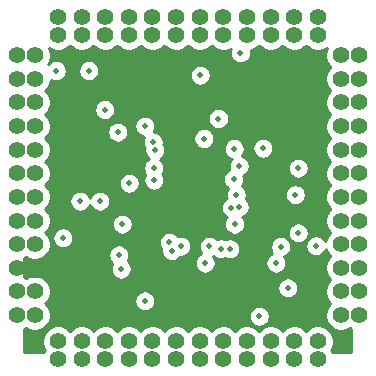
<source format=gbr>
G04 #@! TF.GenerationSoftware,KiCad,Pcbnew,(5.1.4-0-10_14)*
G04 #@! TF.CreationDate,2019-11-16T13:32:52-06:00*
G04 #@! TF.ProjectId,CircuitBrains Deluxe v1_0,43697263-7569-4744-9272-61696e732044,rev?*
G04 #@! TF.SameCoordinates,Original*
G04 #@! TF.FileFunction,Copper,L3,Inr*
G04 #@! TF.FilePolarity,Positive*
%FSLAX46Y46*%
G04 Gerber Fmt 4.6, Leading zero omitted, Abs format (unit mm)*
G04 Created by KiCad (PCBNEW (5.1.4-0-10_14)) date 2019-11-16 13:32:52*
%MOMM*%
%LPD*%
G04 APERTURE LIST*
%ADD10C,1.400000*%
%ADD11C,0.508000*%
%ADD12C,0.254000*%
G04 APERTURE END LIST*
D10*
X88650000Y-115400000D03*
X90650000Y-115400000D03*
X92650000Y-115400000D03*
X94650000Y-115400000D03*
X96650000Y-115400000D03*
X98650000Y-115400000D03*
X100650000Y-115400000D03*
X102650000Y-115400000D03*
X104650000Y-115400000D03*
X106650000Y-115400000D03*
X108650000Y-115400000D03*
X88650000Y-113900000D03*
X90650000Y-113900000D03*
X92650000Y-113900000D03*
X94650000Y-113900000D03*
X96650000Y-113900000D03*
X98650000Y-113900000D03*
X100650000Y-113900000D03*
X102650000Y-113900000D03*
X104650000Y-113900000D03*
X106650000Y-113900000D03*
X108650000Y-113900000D03*
X110650000Y-115400000D03*
X110650000Y-113900000D03*
X88650000Y-86500000D03*
X90650000Y-86500000D03*
X92650000Y-86500000D03*
X94650000Y-86500000D03*
X96650000Y-86500000D03*
X98650000Y-86500000D03*
X100650000Y-86500000D03*
X102650000Y-86500000D03*
X104650000Y-86500000D03*
X106650000Y-86500000D03*
X108650000Y-86500000D03*
X88650000Y-88000000D03*
X90650000Y-88000000D03*
X92650000Y-88000000D03*
X94650000Y-88000000D03*
X96650000Y-88000000D03*
X98650000Y-88000000D03*
X100650000Y-88000000D03*
X102650000Y-88000000D03*
X104650000Y-88000000D03*
X106650000Y-88000000D03*
X108650000Y-88000000D03*
X110650000Y-86500000D03*
X114100000Y-111700000D03*
X112600000Y-111700000D03*
X114100000Y-109700000D03*
X112600000Y-109700000D03*
X114100000Y-107700000D03*
X112600000Y-107700000D03*
X114100000Y-105700000D03*
X112600000Y-105700000D03*
X114100000Y-103700000D03*
X112600000Y-103700000D03*
X114100000Y-101700000D03*
X112600000Y-101700000D03*
X114100000Y-99700000D03*
X112600000Y-99700000D03*
X114100000Y-97700000D03*
X112600000Y-97700000D03*
X114100000Y-95700000D03*
X112600000Y-95700000D03*
X114100000Y-93700000D03*
X112600000Y-93700000D03*
X114100000Y-91700000D03*
X112600000Y-91700000D03*
X114100000Y-89700000D03*
X112600000Y-89700000D03*
X85200000Y-89700000D03*
X86700000Y-89700000D03*
X85200000Y-91700000D03*
X86700000Y-91700000D03*
X85200000Y-93700000D03*
X86700000Y-93700000D03*
X85200000Y-95700000D03*
X86700000Y-95700000D03*
X85200000Y-97700000D03*
X86700000Y-97700000D03*
X85200000Y-99700000D03*
X86700000Y-99700000D03*
X85200000Y-101700000D03*
X86700000Y-101700000D03*
X85200000Y-103700000D03*
X86700000Y-103700000D03*
X85200000Y-105700000D03*
X86700000Y-105700000D03*
X85200000Y-109700000D03*
X86700000Y-109700000D03*
X85200000Y-111700000D03*
X85200000Y-107700000D03*
D11*
X103600000Y-104000000D03*
X103750000Y-101500000D03*
X109000000Y-99250000D03*
X101000000Y-96750000D03*
X88500000Y-91000000D03*
X91250000Y-91000000D03*
X96750000Y-99250000D03*
X96000000Y-110500000D03*
X109000000Y-104750000D03*
X108750000Y-101500000D03*
D10*
X86700000Y-111700000D03*
X110650000Y-88000000D03*
D11*
X101100000Y-107300000D03*
X94000000Y-107800000D03*
X93800000Y-106600000D03*
X94100000Y-104000000D03*
X110478094Y-105831857D03*
X105700000Y-111800000D03*
X107100000Y-107300000D03*
X100700000Y-91400000D03*
X104100000Y-89500000D03*
X93700000Y-96200000D03*
X92600000Y-94300000D03*
X104004300Y-102521700D03*
X100625000Y-94983100D03*
X105101000Y-107399000D03*
X93500000Y-99000000D03*
X109750000Y-96250000D03*
X102000000Y-109750000D03*
X97000000Y-105750000D03*
X91750000Y-106000000D03*
X89250000Y-98750000D03*
D10*
X86700000Y-107700000D03*
D11*
X106721675Y-98821675D03*
X89500000Y-92000000D03*
X103995100Y-99081600D03*
X103518000Y-100203500D03*
X96774400Y-100291200D03*
X89064200Y-105156800D03*
X90503600Y-102067200D03*
X96709000Y-97073800D03*
X92187200Y-102055900D03*
X96851800Y-97744500D03*
X102235300Y-95059000D03*
X95997500Y-95706700D03*
X94680400Y-100535300D03*
X98082100Y-105546500D03*
X98276700Y-106255900D03*
X99063500Y-105853500D03*
X107500000Y-105900000D03*
X101466800Y-105872500D03*
X102449000Y-106100000D03*
X103207000Y-106100000D03*
X103326300Y-102612500D03*
X108100000Y-109400000D03*
X103553900Y-97603200D03*
X106001100Y-97573000D03*
D12*
G36*
X109798987Y-89036962D02*
G01*
X110017641Y-89183061D01*
X110260595Y-89283696D01*
X110518514Y-89335000D01*
X110781486Y-89335000D01*
X111039405Y-89283696D01*
X111282359Y-89183061D01*
X111402336Y-89102895D01*
X111316304Y-89310595D01*
X111265000Y-89568514D01*
X111265000Y-89831486D01*
X111316304Y-90089405D01*
X111416939Y-90332359D01*
X111563038Y-90551013D01*
X111712025Y-90700000D01*
X111563038Y-90848987D01*
X111416939Y-91067641D01*
X111316304Y-91310595D01*
X111265000Y-91568514D01*
X111265000Y-91831486D01*
X111316304Y-92089405D01*
X111416939Y-92332359D01*
X111563038Y-92551013D01*
X111712025Y-92700000D01*
X111563038Y-92848987D01*
X111416939Y-93067641D01*
X111316304Y-93310595D01*
X111265000Y-93568514D01*
X111265000Y-93831486D01*
X111316304Y-94089405D01*
X111416939Y-94332359D01*
X111563038Y-94551013D01*
X111712025Y-94700000D01*
X111563038Y-94848987D01*
X111416939Y-95067641D01*
X111316304Y-95310595D01*
X111265000Y-95568514D01*
X111265000Y-95831486D01*
X111316304Y-96089405D01*
X111416939Y-96332359D01*
X111563038Y-96551013D01*
X111712025Y-96700000D01*
X111563038Y-96848987D01*
X111416939Y-97067641D01*
X111316304Y-97310595D01*
X111265000Y-97568514D01*
X111265000Y-97831486D01*
X111316304Y-98089405D01*
X111416939Y-98332359D01*
X111563038Y-98551013D01*
X111712025Y-98700000D01*
X111563038Y-98848987D01*
X111416939Y-99067641D01*
X111316304Y-99310595D01*
X111265000Y-99568514D01*
X111265000Y-99831486D01*
X111316304Y-100089405D01*
X111416939Y-100332359D01*
X111563038Y-100551013D01*
X111712025Y-100700000D01*
X111563038Y-100848987D01*
X111416939Y-101067641D01*
X111316304Y-101310595D01*
X111265000Y-101568514D01*
X111265000Y-101831486D01*
X111316304Y-102089405D01*
X111416939Y-102332359D01*
X111563038Y-102551013D01*
X111712025Y-102700000D01*
X111563038Y-102848987D01*
X111416939Y-103067641D01*
X111316304Y-103310595D01*
X111265000Y-103568514D01*
X111265000Y-103831486D01*
X111316304Y-104089405D01*
X111416939Y-104332359D01*
X111563038Y-104551013D01*
X111712025Y-104700000D01*
X111563038Y-104848987D01*
X111416939Y-105067641D01*
X111316304Y-105310595D01*
X111286496Y-105460446D01*
X111265915Y-105410758D01*
X111168625Y-105265153D01*
X111044798Y-105141326D01*
X110899193Y-105044036D01*
X110737406Y-104977021D01*
X110565653Y-104942857D01*
X110390535Y-104942857D01*
X110218782Y-104977021D01*
X110056995Y-105044036D01*
X109911390Y-105141326D01*
X109787563Y-105265153D01*
X109690273Y-105410758D01*
X109623258Y-105572545D01*
X109589094Y-105744298D01*
X109589094Y-105919416D01*
X109623258Y-106091169D01*
X109690273Y-106252956D01*
X109787563Y-106398561D01*
X109911390Y-106522388D01*
X110056995Y-106619678D01*
X110218782Y-106686693D01*
X110390535Y-106720857D01*
X110565653Y-106720857D01*
X110737406Y-106686693D01*
X110899193Y-106619678D01*
X111044798Y-106522388D01*
X111168625Y-106398561D01*
X111265915Y-106252956D01*
X111324982Y-106110356D01*
X111416939Y-106332359D01*
X111563038Y-106551013D01*
X111712025Y-106700000D01*
X111563038Y-106848987D01*
X111416939Y-107067641D01*
X111316304Y-107310595D01*
X111265000Y-107568514D01*
X111265000Y-107831486D01*
X111316304Y-108089405D01*
X111416939Y-108332359D01*
X111563038Y-108551013D01*
X111712025Y-108700000D01*
X111563038Y-108848987D01*
X111416939Y-109067641D01*
X111316304Y-109310595D01*
X111265000Y-109568514D01*
X111265000Y-109831486D01*
X111316304Y-110089405D01*
X111416939Y-110332359D01*
X111563038Y-110551013D01*
X111712025Y-110700000D01*
X111563038Y-110848987D01*
X111416939Y-111067641D01*
X111316304Y-111310595D01*
X111265000Y-111568514D01*
X111265000Y-111831486D01*
X111316304Y-112089405D01*
X111416939Y-112332359D01*
X111563038Y-112551013D01*
X111748987Y-112736962D01*
X111967641Y-112883061D01*
X112210595Y-112983696D01*
X112468514Y-113035000D01*
X112731486Y-113035000D01*
X112989405Y-112983696D01*
X113232359Y-112883061D01*
X113350000Y-112804456D01*
X113467641Y-112883061D01*
X113490000Y-112892322D01*
X113490000Y-114790000D01*
X111842322Y-114790000D01*
X111833061Y-114767641D01*
X111754456Y-114650000D01*
X111833061Y-114532359D01*
X111933696Y-114289405D01*
X111985000Y-114031486D01*
X111985000Y-113768514D01*
X111933696Y-113510595D01*
X111833061Y-113267641D01*
X111686962Y-113048987D01*
X111501013Y-112863038D01*
X111282359Y-112716939D01*
X111039405Y-112616304D01*
X110781486Y-112565000D01*
X110518514Y-112565000D01*
X110260595Y-112616304D01*
X110017641Y-112716939D01*
X109798987Y-112863038D01*
X109650000Y-113012025D01*
X109501013Y-112863038D01*
X109282359Y-112716939D01*
X109039405Y-112616304D01*
X108781486Y-112565000D01*
X108518514Y-112565000D01*
X108260595Y-112616304D01*
X108017641Y-112716939D01*
X107798987Y-112863038D01*
X107650000Y-113012025D01*
X107501013Y-112863038D01*
X107282359Y-112716939D01*
X107039405Y-112616304D01*
X106781486Y-112565000D01*
X106518514Y-112565000D01*
X106260595Y-112616304D01*
X106017641Y-112716939D01*
X105798987Y-112863038D01*
X105650000Y-113012025D01*
X105501013Y-112863038D01*
X105282359Y-112716939D01*
X105039405Y-112616304D01*
X104781486Y-112565000D01*
X104518514Y-112565000D01*
X104260595Y-112616304D01*
X104017641Y-112716939D01*
X103798987Y-112863038D01*
X103650000Y-113012025D01*
X103501013Y-112863038D01*
X103282359Y-112716939D01*
X103039405Y-112616304D01*
X102781486Y-112565000D01*
X102518514Y-112565000D01*
X102260595Y-112616304D01*
X102017641Y-112716939D01*
X101798987Y-112863038D01*
X101650000Y-113012025D01*
X101501013Y-112863038D01*
X101282359Y-112716939D01*
X101039405Y-112616304D01*
X100781486Y-112565000D01*
X100518514Y-112565000D01*
X100260595Y-112616304D01*
X100017641Y-112716939D01*
X99798987Y-112863038D01*
X99650000Y-113012025D01*
X99501013Y-112863038D01*
X99282359Y-112716939D01*
X99039405Y-112616304D01*
X98781486Y-112565000D01*
X98518514Y-112565000D01*
X98260595Y-112616304D01*
X98017641Y-112716939D01*
X97798987Y-112863038D01*
X97650000Y-113012025D01*
X97501013Y-112863038D01*
X97282359Y-112716939D01*
X97039405Y-112616304D01*
X96781486Y-112565000D01*
X96518514Y-112565000D01*
X96260595Y-112616304D01*
X96017641Y-112716939D01*
X95798987Y-112863038D01*
X95650000Y-113012025D01*
X95501013Y-112863038D01*
X95282359Y-112716939D01*
X95039405Y-112616304D01*
X94781486Y-112565000D01*
X94518514Y-112565000D01*
X94260595Y-112616304D01*
X94017641Y-112716939D01*
X93798987Y-112863038D01*
X93650000Y-113012025D01*
X93501013Y-112863038D01*
X93282359Y-112716939D01*
X93039405Y-112616304D01*
X92781486Y-112565000D01*
X92518514Y-112565000D01*
X92260595Y-112616304D01*
X92017641Y-112716939D01*
X91798987Y-112863038D01*
X91650000Y-113012025D01*
X91501013Y-112863038D01*
X91282359Y-112716939D01*
X91039405Y-112616304D01*
X90781486Y-112565000D01*
X90518514Y-112565000D01*
X90260595Y-112616304D01*
X90017641Y-112716939D01*
X89798987Y-112863038D01*
X89650000Y-113012025D01*
X89501013Y-112863038D01*
X89282359Y-112716939D01*
X89039405Y-112616304D01*
X88781486Y-112565000D01*
X88518514Y-112565000D01*
X88260595Y-112616304D01*
X88017641Y-112716939D01*
X87798987Y-112863038D01*
X87613038Y-113048987D01*
X87466939Y-113267641D01*
X87366304Y-113510595D01*
X87315000Y-113768514D01*
X87315000Y-114031486D01*
X87366304Y-114289405D01*
X87466939Y-114532359D01*
X87545544Y-114650000D01*
X87466939Y-114767641D01*
X87457678Y-114790000D01*
X85810000Y-114790000D01*
X85810000Y-112892322D01*
X85832359Y-112883061D01*
X85950000Y-112804456D01*
X86067641Y-112883061D01*
X86310595Y-112983696D01*
X86568514Y-113035000D01*
X86831486Y-113035000D01*
X87089405Y-112983696D01*
X87332359Y-112883061D01*
X87551013Y-112736962D01*
X87736962Y-112551013D01*
X87883061Y-112332359D01*
X87983696Y-112089405D01*
X88035000Y-111831486D01*
X88035000Y-111712441D01*
X104811000Y-111712441D01*
X104811000Y-111887559D01*
X104845164Y-112059312D01*
X104912179Y-112221099D01*
X105009469Y-112366704D01*
X105133296Y-112490531D01*
X105278901Y-112587821D01*
X105440688Y-112654836D01*
X105612441Y-112689000D01*
X105787559Y-112689000D01*
X105959312Y-112654836D01*
X106121099Y-112587821D01*
X106266704Y-112490531D01*
X106390531Y-112366704D01*
X106487821Y-112221099D01*
X106554836Y-112059312D01*
X106589000Y-111887559D01*
X106589000Y-111712441D01*
X106554836Y-111540688D01*
X106487821Y-111378901D01*
X106390531Y-111233296D01*
X106266704Y-111109469D01*
X106121099Y-111012179D01*
X105959312Y-110945164D01*
X105787559Y-110911000D01*
X105612441Y-110911000D01*
X105440688Y-110945164D01*
X105278901Y-111012179D01*
X105133296Y-111109469D01*
X105009469Y-111233296D01*
X104912179Y-111378901D01*
X104845164Y-111540688D01*
X104811000Y-111712441D01*
X88035000Y-111712441D01*
X88035000Y-111568514D01*
X87983696Y-111310595D01*
X87883061Y-111067641D01*
X87736962Y-110848987D01*
X87587975Y-110700000D01*
X87736962Y-110551013D01*
X87829552Y-110412441D01*
X95111000Y-110412441D01*
X95111000Y-110587559D01*
X95145164Y-110759312D01*
X95212179Y-110921099D01*
X95309469Y-111066704D01*
X95433296Y-111190531D01*
X95578901Y-111287821D01*
X95740688Y-111354836D01*
X95912441Y-111389000D01*
X96087559Y-111389000D01*
X96259312Y-111354836D01*
X96421099Y-111287821D01*
X96566704Y-111190531D01*
X96690531Y-111066704D01*
X96787821Y-110921099D01*
X96854836Y-110759312D01*
X96889000Y-110587559D01*
X96889000Y-110412441D01*
X96854836Y-110240688D01*
X96787821Y-110078901D01*
X96690531Y-109933296D01*
X96566704Y-109809469D01*
X96421099Y-109712179D01*
X96259312Y-109645164D01*
X96087559Y-109611000D01*
X95912441Y-109611000D01*
X95740688Y-109645164D01*
X95578901Y-109712179D01*
X95433296Y-109809469D01*
X95309469Y-109933296D01*
X95212179Y-110078901D01*
X95145164Y-110240688D01*
X95111000Y-110412441D01*
X87829552Y-110412441D01*
X87883061Y-110332359D01*
X87983696Y-110089405D01*
X88035000Y-109831486D01*
X88035000Y-109568514D01*
X87984064Y-109312441D01*
X107211000Y-109312441D01*
X107211000Y-109487559D01*
X107245164Y-109659312D01*
X107312179Y-109821099D01*
X107409469Y-109966704D01*
X107533296Y-110090531D01*
X107678901Y-110187821D01*
X107840688Y-110254836D01*
X108012441Y-110289000D01*
X108187559Y-110289000D01*
X108359312Y-110254836D01*
X108521099Y-110187821D01*
X108666704Y-110090531D01*
X108790531Y-109966704D01*
X108887821Y-109821099D01*
X108954836Y-109659312D01*
X108989000Y-109487559D01*
X108989000Y-109312441D01*
X108954836Y-109140688D01*
X108887821Y-108978901D01*
X108790531Y-108833296D01*
X108666704Y-108709469D01*
X108521099Y-108612179D01*
X108359312Y-108545164D01*
X108187559Y-108511000D01*
X108012441Y-108511000D01*
X107840688Y-108545164D01*
X107678901Y-108612179D01*
X107533296Y-108709469D01*
X107409469Y-108833296D01*
X107312179Y-108978901D01*
X107245164Y-109140688D01*
X107211000Y-109312441D01*
X87984064Y-109312441D01*
X87983696Y-109310595D01*
X87883061Y-109067641D01*
X87736962Y-108848987D01*
X87551013Y-108663038D01*
X87332359Y-108516939D01*
X87089405Y-108416304D01*
X86831486Y-108365000D01*
X86568514Y-108365000D01*
X86310595Y-108416304D01*
X86067641Y-108516939D01*
X85950000Y-108595544D01*
X85832359Y-108516939D01*
X85810000Y-108507678D01*
X85810000Y-106892322D01*
X85832359Y-106883061D01*
X85950000Y-106804456D01*
X86067641Y-106883061D01*
X86310595Y-106983696D01*
X86568514Y-107035000D01*
X86831486Y-107035000D01*
X87089405Y-106983696D01*
X87332359Y-106883061D01*
X87551013Y-106736962D01*
X87736962Y-106551013D01*
X87762734Y-106512441D01*
X92911000Y-106512441D01*
X92911000Y-106687559D01*
X92945164Y-106859312D01*
X93012179Y-107021099D01*
X93109469Y-107166704D01*
X93233296Y-107290531D01*
X93259519Y-107308052D01*
X93212179Y-107378901D01*
X93145164Y-107540688D01*
X93111000Y-107712441D01*
X93111000Y-107887559D01*
X93145164Y-108059312D01*
X93212179Y-108221099D01*
X93309469Y-108366704D01*
X93433296Y-108490531D01*
X93578901Y-108587821D01*
X93740688Y-108654836D01*
X93912441Y-108689000D01*
X94087559Y-108689000D01*
X94259312Y-108654836D01*
X94421099Y-108587821D01*
X94566704Y-108490531D01*
X94690531Y-108366704D01*
X94787821Y-108221099D01*
X94854836Y-108059312D01*
X94889000Y-107887559D01*
X94889000Y-107712441D01*
X94854836Y-107540688D01*
X94787821Y-107378901D01*
X94690531Y-107233296D01*
X94669676Y-107212441D01*
X100211000Y-107212441D01*
X100211000Y-107387559D01*
X100245164Y-107559312D01*
X100312179Y-107721099D01*
X100409469Y-107866704D01*
X100533296Y-107990531D01*
X100678901Y-108087821D01*
X100840688Y-108154836D01*
X101012441Y-108189000D01*
X101187559Y-108189000D01*
X101359312Y-108154836D01*
X101521099Y-108087821D01*
X101666704Y-107990531D01*
X101790531Y-107866704D01*
X101887821Y-107721099D01*
X101954836Y-107559312D01*
X101989000Y-107387559D01*
X101989000Y-107212441D01*
X106211000Y-107212441D01*
X106211000Y-107387559D01*
X106245164Y-107559312D01*
X106312179Y-107721099D01*
X106409469Y-107866704D01*
X106533296Y-107990531D01*
X106678901Y-108087821D01*
X106840688Y-108154836D01*
X107012441Y-108189000D01*
X107187559Y-108189000D01*
X107359312Y-108154836D01*
X107521099Y-108087821D01*
X107666704Y-107990531D01*
X107790531Y-107866704D01*
X107887821Y-107721099D01*
X107954836Y-107559312D01*
X107989000Y-107387559D01*
X107989000Y-107212441D01*
X107954836Y-107040688D01*
X107887821Y-106878901D01*
X107795036Y-106740038D01*
X107921099Y-106687821D01*
X108066704Y-106590531D01*
X108190531Y-106466704D01*
X108287821Y-106321099D01*
X108354836Y-106159312D01*
X108389000Y-105987559D01*
X108389000Y-105812441D01*
X108354836Y-105640688D01*
X108287821Y-105478901D01*
X108190531Y-105333296D01*
X108066704Y-105209469D01*
X107921099Y-105112179D01*
X107759312Y-105045164D01*
X107587559Y-105011000D01*
X107412441Y-105011000D01*
X107240688Y-105045164D01*
X107078901Y-105112179D01*
X106933296Y-105209469D01*
X106809469Y-105333296D01*
X106712179Y-105478901D01*
X106645164Y-105640688D01*
X106611000Y-105812441D01*
X106611000Y-105987559D01*
X106645164Y-106159312D01*
X106712179Y-106321099D01*
X106804964Y-106459962D01*
X106678901Y-106512179D01*
X106533296Y-106609469D01*
X106409469Y-106733296D01*
X106312179Y-106878901D01*
X106245164Y-107040688D01*
X106211000Y-107212441D01*
X101989000Y-107212441D01*
X101954836Y-107040688D01*
X101887821Y-106878901D01*
X101790531Y-106733296D01*
X101767449Y-106710214D01*
X101791865Y-106700100D01*
X101882296Y-106790531D01*
X102027901Y-106887821D01*
X102189688Y-106954836D01*
X102361441Y-106989000D01*
X102536559Y-106989000D01*
X102708312Y-106954836D01*
X102828000Y-106905259D01*
X102947688Y-106954836D01*
X103119441Y-106989000D01*
X103294559Y-106989000D01*
X103466312Y-106954836D01*
X103628099Y-106887821D01*
X103773704Y-106790531D01*
X103897531Y-106666704D01*
X103994821Y-106521099D01*
X104061836Y-106359312D01*
X104096000Y-106187559D01*
X104096000Y-106012441D01*
X104061836Y-105840688D01*
X103994821Y-105678901D01*
X103897531Y-105533296D01*
X103773704Y-105409469D01*
X103628099Y-105312179D01*
X103466312Y-105245164D01*
X103294559Y-105211000D01*
X103119441Y-105211000D01*
X102947688Y-105245164D01*
X102828000Y-105294741D01*
X102708312Y-105245164D01*
X102536559Y-105211000D01*
X102361441Y-105211000D01*
X102189688Y-105245164D01*
X102123935Y-105272400D01*
X102033504Y-105181969D01*
X101887899Y-105084679D01*
X101726112Y-105017664D01*
X101554359Y-104983500D01*
X101379241Y-104983500D01*
X101207488Y-105017664D01*
X101045701Y-105084679D01*
X100900096Y-105181969D01*
X100776269Y-105305796D01*
X100678979Y-105451401D01*
X100611964Y-105613188D01*
X100577800Y-105784941D01*
X100577800Y-105960059D01*
X100611964Y-106131812D01*
X100678979Y-106293599D01*
X100776269Y-106439204D01*
X100799351Y-106462286D01*
X100678901Y-106512179D01*
X100533296Y-106609469D01*
X100409469Y-106733296D01*
X100312179Y-106878901D01*
X100245164Y-107040688D01*
X100211000Y-107212441D01*
X94669676Y-107212441D01*
X94566704Y-107109469D01*
X94540481Y-107091948D01*
X94587821Y-107021099D01*
X94654836Y-106859312D01*
X94689000Y-106687559D01*
X94689000Y-106512441D01*
X94654836Y-106340688D01*
X94587821Y-106178901D01*
X94490531Y-106033296D01*
X94366704Y-105909469D01*
X94221099Y-105812179D01*
X94059312Y-105745164D01*
X93887559Y-105711000D01*
X93712441Y-105711000D01*
X93540688Y-105745164D01*
X93378901Y-105812179D01*
X93233296Y-105909469D01*
X93109469Y-106033296D01*
X93012179Y-106178901D01*
X92945164Y-106340688D01*
X92911000Y-106512441D01*
X87762734Y-106512441D01*
X87883061Y-106332359D01*
X87983696Y-106089405D01*
X88035000Y-105831486D01*
X88035000Y-105568514D01*
X87983696Y-105310595D01*
X87883724Y-105069241D01*
X88175200Y-105069241D01*
X88175200Y-105244359D01*
X88209364Y-105416112D01*
X88276379Y-105577899D01*
X88373669Y-105723504D01*
X88497496Y-105847331D01*
X88643101Y-105944621D01*
X88804888Y-106011636D01*
X88976641Y-106045800D01*
X89151759Y-106045800D01*
X89323512Y-106011636D01*
X89485299Y-105944621D01*
X89630904Y-105847331D01*
X89754731Y-105723504D01*
X89852021Y-105577899D01*
X89901295Y-105458941D01*
X97193100Y-105458941D01*
X97193100Y-105634059D01*
X97227264Y-105805812D01*
X97294279Y-105967599D01*
X97391569Y-106113204D01*
X97397490Y-106119125D01*
X97387700Y-106168341D01*
X97387700Y-106343459D01*
X97421864Y-106515212D01*
X97488879Y-106676999D01*
X97586169Y-106822604D01*
X97709996Y-106946431D01*
X97855601Y-107043721D01*
X98017388Y-107110736D01*
X98189141Y-107144900D01*
X98364259Y-107144900D01*
X98536012Y-107110736D01*
X98697799Y-107043721D01*
X98843404Y-106946431D01*
X98967231Y-106822604D01*
X99020755Y-106742500D01*
X99151059Y-106742500D01*
X99322812Y-106708336D01*
X99484599Y-106641321D01*
X99630204Y-106544031D01*
X99754031Y-106420204D01*
X99851321Y-106274599D01*
X99918336Y-106112812D01*
X99952500Y-105941059D01*
X99952500Y-105765941D01*
X99918336Y-105594188D01*
X99851321Y-105432401D01*
X99754031Y-105286796D01*
X99630204Y-105162969D01*
X99484599Y-105065679D01*
X99322812Y-104998664D01*
X99151059Y-104964500D01*
X98975941Y-104964500D01*
X98804188Y-104998664D01*
X98789346Y-105004812D01*
X98772631Y-104979796D01*
X98648804Y-104855969D01*
X98503199Y-104758679D01*
X98341412Y-104691664D01*
X98169659Y-104657500D01*
X97994541Y-104657500D01*
X97822788Y-104691664D01*
X97661001Y-104758679D01*
X97515396Y-104855969D01*
X97391569Y-104979796D01*
X97294279Y-105125401D01*
X97227264Y-105287188D01*
X97193100Y-105458941D01*
X89901295Y-105458941D01*
X89919036Y-105416112D01*
X89953200Y-105244359D01*
X89953200Y-105069241D01*
X89919036Y-104897488D01*
X89852021Y-104735701D01*
X89754731Y-104590096D01*
X89630904Y-104466269D01*
X89485299Y-104368979D01*
X89323512Y-104301964D01*
X89151759Y-104267800D01*
X88976641Y-104267800D01*
X88804888Y-104301964D01*
X88643101Y-104368979D01*
X88497496Y-104466269D01*
X88373669Y-104590096D01*
X88276379Y-104735701D01*
X88209364Y-104897488D01*
X88175200Y-105069241D01*
X87883724Y-105069241D01*
X87883061Y-105067641D01*
X87736962Y-104848987D01*
X87587975Y-104700000D01*
X87736962Y-104551013D01*
X87883061Y-104332359D01*
X87983696Y-104089405D01*
X88018896Y-103912441D01*
X93211000Y-103912441D01*
X93211000Y-104087559D01*
X93245164Y-104259312D01*
X93312179Y-104421099D01*
X93409469Y-104566704D01*
X93533296Y-104690531D01*
X93678901Y-104787821D01*
X93840688Y-104854836D01*
X94012441Y-104889000D01*
X94187559Y-104889000D01*
X94359312Y-104854836D01*
X94521099Y-104787821D01*
X94666704Y-104690531D01*
X94790531Y-104566704D01*
X94887821Y-104421099D01*
X94954836Y-104259312D01*
X94989000Y-104087559D01*
X94989000Y-103912441D01*
X94954836Y-103740688D01*
X94887821Y-103578901D01*
X94790531Y-103433296D01*
X94666704Y-103309469D01*
X94521099Y-103212179D01*
X94359312Y-103145164D01*
X94187559Y-103111000D01*
X94012441Y-103111000D01*
X93840688Y-103145164D01*
X93678901Y-103212179D01*
X93533296Y-103309469D01*
X93409469Y-103433296D01*
X93312179Y-103578901D01*
X93245164Y-103740688D01*
X93211000Y-103912441D01*
X88018896Y-103912441D01*
X88035000Y-103831486D01*
X88035000Y-103568514D01*
X87983696Y-103310595D01*
X87883061Y-103067641D01*
X87736962Y-102848987D01*
X87587975Y-102700000D01*
X87736962Y-102551013D01*
X87883061Y-102332359D01*
X87983696Y-102089405D01*
X88005529Y-101979641D01*
X89614600Y-101979641D01*
X89614600Y-102154759D01*
X89648764Y-102326512D01*
X89715779Y-102488299D01*
X89813069Y-102633904D01*
X89936896Y-102757731D01*
X90082501Y-102855021D01*
X90244288Y-102922036D01*
X90416041Y-102956200D01*
X90591159Y-102956200D01*
X90762912Y-102922036D01*
X90924699Y-102855021D01*
X91070304Y-102757731D01*
X91194131Y-102633904D01*
X91291421Y-102488299D01*
X91347740Y-102352333D01*
X91399379Y-102476999D01*
X91496669Y-102622604D01*
X91620496Y-102746431D01*
X91766101Y-102843721D01*
X91927888Y-102910736D01*
X92099641Y-102944900D01*
X92274759Y-102944900D01*
X92446512Y-102910736D01*
X92608299Y-102843721D01*
X92753904Y-102746431D01*
X92877731Y-102622604D01*
X92942987Y-102524941D01*
X102437300Y-102524941D01*
X102437300Y-102700059D01*
X102471464Y-102871812D01*
X102538479Y-103033599D01*
X102635769Y-103179204D01*
X102759596Y-103303031D01*
X102905201Y-103400321D01*
X102931536Y-103411229D01*
X102909469Y-103433296D01*
X102812179Y-103578901D01*
X102745164Y-103740688D01*
X102711000Y-103912441D01*
X102711000Y-104087559D01*
X102745164Y-104259312D01*
X102812179Y-104421099D01*
X102909469Y-104566704D01*
X103033296Y-104690531D01*
X103178901Y-104787821D01*
X103340688Y-104854836D01*
X103512441Y-104889000D01*
X103687559Y-104889000D01*
X103859312Y-104854836D01*
X104021099Y-104787821D01*
X104166704Y-104690531D01*
X104194794Y-104662441D01*
X108111000Y-104662441D01*
X108111000Y-104837559D01*
X108145164Y-105009312D01*
X108212179Y-105171099D01*
X108309469Y-105316704D01*
X108433296Y-105440531D01*
X108578901Y-105537821D01*
X108740688Y-105604836D01*
X108912441Y-105639000D01*
X109087559Y-105639000D01*
X109259312Y-105604836D01*
X109421099Y-105537821D01*
X109566704Y-105440531D01*
X109690531Y-105316704D01*
X109787821Y-105171099D01*
X109854836Y-105009312D01*
X109889000Y-104837559D01*
X109889000Y-104662441D01*
X109854836Y-104490688D01*
X109787821Y-104328901D01*
X109690531Y-104183296D01*
X109566704Y-104059469D01*
X109421099Y-103962179D01*
X109259312Y-103895164D01*
X109087559Y-103861000D01*
X108912441Y-103861000D01*
X108740688Y-103895164D01*
X108578901Y-103962179D01*
X108433296Y-104059469D01*
X108309469Y-104183296D01*
X108212179Y-104328901D01*
X108145164Y-104490688D01*
X108111000Y-104662441D01*
X104194794Y-104662441D01*
X104290531Y-104566704D01*
X104387821Y-104421099D01*
X104454836Y-104259312D01*
X104489000Y-104087559D01*
X104489000Y-103912441D01*
X104454836Y-103740688D01*
X104387821Y-103578901D01*
X104290531Y-103433296D01*
X104238722Y-103381487D01*
X104263612Y-103376536D01*
X104425399Y-103309521D01*
X104571004Y-103212231D01*
X104694831Y-103088404D01*
X104792121Y-102942799D01*
X104859136Y-102781012D01*
X104893300Y-102609259D01*
X104893300Y-102434141D01*
X104859136Y-102262388D01*
X104792121Y-102100601D01*
X104694831Y-101954996D01*
X104573880Y-101834045D01*
X104604836Y-101759312D01*
X104639000Y-101587559D01*
X104639000Y-101412441D01*
X107861000Y-101412441D01*
X107861000Y-101587559D01*
X107895164Y-101759312D01*
X107962179Y-101921099D01*
X108059469Y-102066704D01*
X108183296Y-102190531D01*
X108328901Y-102287821D01*
X108490688Y-102354836D01*
X108662441Y-102389000D01*
X108837559Y-102389000D01*
X109009312Y-102354836D01*
X109171099Y-102287821D01*
X109316704Y-102190531D01*
X109440531Y-102066704D01*
X109537821Y-101921099D01*
X109604836Y-101759312D01*
X109639000Y-101587559D01*
X109639000Y-101412441D01*
X109604836Y-101240688D01*
X109537821Y-101078901D01*
X109440531Y-100933296D01*
X109316704Y-100809469D01*
X109171099Y-100712179D01*
X109009312Y-100645164D01*
X108837559Y-100611000D01*
X108662441Y-100611000D01*
X108490688Y-100645164D01*
X108328901Y-100712179D01*
X108183296Y-100809469D01*
X108059469Y-100933296D01*
X107962179Y-101078901D01*
X107895164Y-101240688D01*
X107861000Y-101412441D01*
X104639000Y-101412441D01*
X104604836Y-101240688D01*
X104537821Y-101078901D01*
X104440531Y-100933296D01*
X104316704Y-100809469D01*
X104223781Y-100747380D01*
X104305821Y-100624599D01*
X104372836Y-100462812D01*
X104407000Y-100291059D01*
X104407000Y-100115941D01*
X104372836Y-99944188D01*
X104352752Y-99895702D01*
X104416199Y-99869421D01*
X104561804Y-99772131D01*
X104685631Y-99648304D01*
X104782921Y-99502699D01*
X104849936Y-99340912D01*
X104884100Y-99169159D01*
X104884100Y-99162441D01*
X108111000Y-99162441D01*
X108111000Y-99337559D01*
X108145164Y-99509312D01*
X108212179Y-99671099D01*
X108309469Y-99816704D01*
X108433296Y-99940531D01*
X108578901Y-100037821D01*
X108740688Y-100104836D01*
X108912441Y-100139000D01*
X109087559Y-100139000D01*
X109259312Y-100104836D01*
X109421099Y-100037821D01*
X109566704Y-99940531D01*
X109690531Y-99816704D01*
X109787821Y-99671099D01*
X109854836Y-99509312D01*
X109889000Y-99337559D01*
X109889000Y-99162441D01*
X109854836Y-98990688D01*
X109787821Y-98828901D01*
X109690531Y-98683296D01*
X109566704Y-98559469D01*
X109421099Y-98462179D01*
X109259312Y-98395164D01*
X109087559Y-98361000D01*
X108912441Y-98361000D01*
X108740688Y-98395164D01*
X108578901Y-98462179D01*
X108433296Y-98559469D01*
X108309469Y-98683296D01*
X108212179Y-98828901D01*
X108145164Y-98990688D01*
X108111000Y-99162441D01*
X104884100Y-99162441D01*
X104884100Y-98994041D01*
X104849936Y-98822288D01*
X104782921Y-98660501D01*
X104685631Y-98514896D01*
X104561804Y-98391069D01*
X104416199Y-98293779D01*
X104254412Y-98226764D01*
X104198661Y-98215674D01*
X104244431Y-98169904D01*
X104341721Y-98024299D01*
X104408736Y-97862512D01*
X104442900Y-97690759D01*
X104442900Y-97515641D01*
X104436893Y-97485441D01*
X105112100Y-97485441D01*
X105112100Y-97660559D01*
X105146264Y-97832312D01*
X105213279Y-97994099D01*
X105310569Y-98139704D01*
X105434396Y-98263531D01*
X105580001Y-98360821D01*
X105741788Y-98427836D01*
X105913541Y-98462000D01*
X106088659Y-98462000D01*
X106260412Y-98427836D01*
X106422199Y-98360821D01*
X106567804Y-98263531D01*
X106691631Y-98139704D01*
X106788921Y-97994099D01*
X106855936Y-97832312D01*
X106890100Y-97660559D01*
X106890100Y-97485441D01*
X106855936Y-97313688D01*
X106788921Y-97151901D01*
X106691631Y-97006296D01*
X106567804Y-96882469D01*
X106422199Y-96785179D01*
X106260412Y-96718164D01*
X106088659Y-96684000D01*
X105913541Y-96684000D01*
X105741788Y-96718164D01*
X105580001Y-96785179D01*
X105434396Y-96882469D01*
X105310569Y-97006296D01*
X105213279Y-97151901D01*
X105146264Y-97313688D01*
X105112100Y-97485441D01*
X104436893Y-97485441D01*
X104408736Y-97343888D01*
X104341721Y-97182101D01*
X104244431Y-97036496D01*
X104120604Y-96912669D01*
X103974999Y-96815379D01*
X103813212Y-96748364D01*
X103641459Y-96714200D01*
X103466341Y-96714200D01*
X103294588Y-96748364D01*
X103132801Y-96815379D01*
X102987196Y-96912669D01*
X102863369Y-97036496D01*
X102766079Y-97182101D01*
X102699064Y-97343888D01*
X102664900Y-97515641D01*
X102664900Y-97690759D01*
X102699064Y-97862512D01*
X102766079Y-98024299D01*
X102863369Y-98169904D01*
X102987196Y-98293731D01*
X103132801Y-98391021D01*
X103294588Y-98458036D01*
X103350339Y-98469126D01*
X103304569Y-98514896D01*
X103207279Y-98660501D01*
X103140264Y-98822288D01*
X103106100Y-98994041D01*
X103106100Y-99169159D01*
X103140264Y-99340912D01*
X103160348Y-99389398D01*
X103096901Y-99415679D01*
X102951296Y-99512969D01*
X102827469Y-99636796D01*
X102730179Y-99782401D01*
X102663164Y-99944188D01*
X102629000Y-100115941D01*
X102629000Y-100291059D01*
X102663164Y-100462812D01*
X102730179Y-100624599D01*
X102827469Y-100770204D01*
X102951296Y-100894031D01*
X103044219Y-100956120D01*
X102962179Y-101078901D01*
X102895164Y-101240688D01*
X102861000Y-101412441D01*
X102861000Y-101587559D01*
X102895164Y-101759312D01*
X102919745Y-101818655D01*
X102905201Y-101824679D01*
X102759596Y-101921969D01*
X102635769Y-102045796D01*
X102538479Y-102191401D01*
X102471464Y-102353188D01*
X102437300Y-102524941D01*
X92942987Y-102524941D01*
X92975021Y-102476999D01*
X93042036Y-102315212D01*
X93076200Y-102143459D01*
X93076200Y-101968341D01*
X93042036Y-101796588D01*
X92975021Y-101634801D01*
X92877731Y-101489196D01*
X92753904Y-101365369D01*
X92608299Y-101268079D01*
X92446512Y-101201064D01*
X92274759Y-101166900D01*
X92099641Y-101166900D01*
X91927888Y-101201064D01*
X91766101Y-101268079D01*
X91620496Y-101365369D01*
X91496669Y-101489196D01*
X91399379Y-101634801D01*
X91343060Y-101770767D01*
X91291421Y-101646101D01*
X91194131Y-101500496D01*
X91070304Y-101376669D01*
X90924699Y-101279379D01*
X90762912Y-101212364D01*
X90591159Y-101178200D01*
X90416041Y-101178200D01*
X90244288Y-101212364D01*
X90082501Y-101279379D01*
X89936896Y-101376669D01*
X89813069Y-101500496D01*
X89715779Y-101646101D01*
X89648764Y-101807888D01*
X89614600Y-101979641D01*
X88005529Y-101979641D01*
X88035000Y-101831486D01*
X88035000Y-101568514D01*
X87983696Y-101310595D01*
X87883061Y-101067641D01*
X87736962Y-100848987D01*
X87587975Y-100700000D01*
X87736962Y-100551013D01*
X87805965Y-100447741D01*
X93791400Y-100447741D01*
X93791400Y-100622859D01*
X93825564Y-100794612D01*
X93892579Y-100956399D01*
X93989869Y-101102004D01*
X94113696Y-101225831D01*
X94259301Y-101323121D01*
X94421088Y-101390136D01*
X94592841Y-101424300D01*
X94767959Y-101424300D01*
X94939712Y-101390136D01*
X95101499Y-101323121D01*
X95247104Y-101225831D01*
X95370931Y-101102004D01*
X95468221Y-100956399D01*
X95535236Y-100794612D01*
X95569400Y-100622859D01*
X95569400Y-100447741D01*
X95535236Y-100275988D01*
X95468221Y-100114201D01*
X95370931Y-99968596D01*
X95247104Y-99844769D01*
X95101499Y-99747479D01*
X94939712Y-99680464D01*
X94767959Y-99646300D01*
X94592841Y-99646300D01*
X94421088Y-99680464D01*
X94259301Y-99747479D01*
X94113696Y-99844769D01*
X93989869Y-99968596D01*
X93892579Y-100114201D01*
X93825564Y-100275988D01*
X93791400Y-100447741D01*
X87805965Y-100447741D01*
X87883061Y-100332359D01*
X87983696Y-100089405D01*
X88035000Y-99831486D01*
X88035000Y-99568514D01*
X87983696Y-99310595D01*
X87883061Y-99067641D01*
X87736962Y-98848987D01*
X87587975Y-98700000D01*
X87736962Y-98551013D01*
X87883061Y-98332359D01*
X87983696Y-98089405D01*
X88035000Y-97831486D01*
X88035000Y-97568514D01*
X87983696Y-97310595D01*
X87883061Y-97067641D01*
X87736962Y-96848987D01*
X87587975Y-96700000D01*
X87736962Y-96551013D01*
X87883061Y-96332359D01*
X87974154Y-96112441D01*
X92811000Y-96112441D01*
X92811000Y-96287559D01*
X92845164Y-96459312D01*
X92912179Y-96621099D01*
X93009469Y-96766704D01*
X93133296Y-96890531D01*
X93278901Y-96987821D01*
X93440688Y-97054836D01*
X93612441Y-97089000D01*
X93787559Y-97089000D01*
X93959312Y-97054836D01*
X94121099Y-96987821D01*
X94266704Y-96890531D01*
X94390531Y-96766704D01*
X94487821Y-96621099D01*
X94554836Y-96459312D01*
X94589000Y-96287559D01*
X94589000Y-96112441D01*
X94554836Y-95940688D01*
X94487821Y-95778901D01*
X94390531Y-95633296D01*
X94376376Y-95619141D01*
X95108500Y-95619141D01*
X95108500Y-95794259D01*
X95142664Y-95966012D01*
X95209679Y-96127799D01*
X95306969Y-96273404D01*
X95430796Y-96397231D01*
X95576401Y-96494521D01*
X95738188Y-96561536D01*
X95909941Y-96595700D01*
X95959266Y-96595700D01*
X95921179Y-96652701D01*
X95854164Y-96814488D01*
X95820000Y-96986241D01*
X95820000Y-97161359D01*
X95854164Y-97333112D01*
X95921179Y-97494899D01*
X95978090Y-97580073D01*
X95962800Y-97656941D01*
X95962800Y-97832059D01*
X95996964Y-98003812D01*
X96063979Y-98165599D01*
X96161269Y-98311204D01*
X96285096Y-98435031D01*
X96327313Y-98463240D01*
X96183296Y-98559469D01*
X96059469Y-98683296D01*
X95962179Y-98828901D01*
X95895164Y-98990688D01*
X95861000Y-99162441D01*
X95861000Y-99337559D01*
X95895164Y-99509312D01*
X95962179Y-99671099D01*
X96040863Y-99788859D01*
X95986579Y-99870101D01*
X95919564Y-100031888D01*
X95885400Y-100203641D01*
X95885400Y-100378759D01*
X95919564Y-100550512D01*
X95986579Y-100712299D01*
X96083869Y-100857904D01*
X96207696Y-100981731D01*
X96353301Y-101079021D01*
X96515088Y-101146036D01*
X96686841Y-101180200D01*
X96861959Y-101180200D01*
X97033712Y-101146036D01*
X97195499Y-101079021D01*
X97341104Y-100981731D01*
X97464931Y-100857904D01*
X97562221Y-100712299D01*
X97629236Y-100550512D01*
X97663400Y-100378759D01*
X97663400Y-100203641D01*
X97629236Y-100031888D01*
X97562221Y-99870101D01*
X97483537Y-99752341D01*
X97537821Y-99671099D01*
X97604836Y-99509312D01*
X97639000Y-99337559D01*
X97639000Y-99162441D01*
X97604836Y-98990688D01*
X97537821Y-98828901D01*
X97440531Y-98683296D01*
X97316704Y-98559469D01*
X97274487Y-98531260D01*
X97418504Y-98435031D01*
X97542331Y-98311204D01*
X97639621Y-98165599D01*
X97706636Y-98003812D01*
X97740800Y-97832059D01*
X97740800Y-97656941D01*
X97706636Y-97485188D01*
X97639621Y-97323401D01*
X97582710Y-97238227D01*
X97598000Y-97161359D01*
X97598000Y-96986241D01*
X97563836Y-96814488D01*
X97500856Y-96662441D01*
X100111000Y-96662441D01*
X100111000Y-96837559D01*
X100145164Y-97009312D01*
X100212179Y-97171099D01*
X100309469Y-97316704D01*
X100433296Y-97440531D01*
X100578901Y-97537821D01*
X100740688Y-97604836D01*
X100912441Y-97639000D01*
X101087559Y-97639000D01*
X101259312Y-97604836D01*
X101421099Y-97537821D01*
X101566704Y-97440531D01*
X101690531Y-97316704D01*
X101787821Y-97171099D01*
X101854836Y-97009312D01*
X101889000Y-96837559D01*
X101889000Y-96662441D01*
X101854836Y-96490688D01*
X101787821Y-96328901D01*
X101690531Y-96183296D01*
X101566704Y-96059469D01*
X101421099Y-95962179D01*
X101259312Y-95895164D01*
X101087559Y-95861000D01*
X100912441Y-95861000D01*
X100740688Y-95895164D01*
X100578901Y-95962179D01*
X100433296Y-96059469D01*
X100309469Y-96183296D01*
X100212179Y-96328901D01*
X100145164Y-96490688D01*
X100111000Y-96662441D01*
X97500856Y-96662441D01*
X97496821Y-96652701D01*
X97399531Y-96507096D01*
X97275704Y-96383269D01*
X97130099Y-96285979D01*
X96968312Y-96218964D01*
X96796559Y-96184800D01*
X96747234Y-96184800D01*
X96785321Y-96127799D01*
X96852336Y-95966012D01*
X96886500Y-95794259D01*
X96886500Y-95619141D01*
X96852336Y-95447388D01*
X96785321Y-95285601D01*
X96688031Y-95139996D01*
X96564204Y-95016169D01*
X96497264Y-94971441D01*
X101346300Y-94971441D01*
X101346300Y-95146559D01*
X101380464Y-95318312D01*
X101447479Y-95480099D01*
X101544769Y-95625704D01*
X101668596Y-95749531D01*
X101814201Y-95846821D01*
X101975988Y-95913836D01*
X102147741Y-95948000D01*
X102322859Y-95948000D01*
X102494612Y-95913836D01*
X102656399Y-95846821D01*
X102802004Y-95749531D01*
X102925831Y-95625704D01*
X103023121Y-95480099D01*
X103090136Y-95318312D01*
X103124300Y-95146559D01*
X103124300Y-94971441D01*
X103090136Y-94799688D01*
X103023121Y-94637901D01*
X102925831Y-94492296D01*
X102802004Y-94368469D01*
X102656399Y-94271179D01*
X102494612Y-94204164D01*
X102322859Y-94170000D01*
X102147741Y-94170000D01*
X101975988Y-94204164D01*
X101814201Y-94271179D01*
X101668596Y-94368469D01*
X101544769Y-94492296D01*
X101447479Y-94637901D01*
X101380464Y-94799688D01*
X101346300Y-94971441D01*
X96497264Y-94971441D01*
X96418599Y-94918879D01*
X96256812Y-94851864D01*
X96085059Y-94817700D01*
X95909941Y-94817700D01*
X95738188Y-94851864D01*
X95576401Y-94918879D01*
X95430796Y-95016169D01*
X95306969Y-95139996D01*
X95209679Y-95285601D01*
X95142664Y-95447388D01*
X95108500Y-95619141D01*
X94376376Y-95619141D01*
X94266704Y-95509469D01*
X94121099Y-95412179D01*
X93959312Y-95345164D01*
X93787559Y-95311000D01*
X93612441Y-95311000D01*
X93440688Y-95345164D01*
X93278901Y-95412179D01*
X93133296Y-95509469D01*
X93009469Y-95633296D01*
X92912179Y-95778901D01*
X92845164Y-95940688D01*
X92811000Y-96112441D01*
X87974154Y-96112441D01*
X87983696Y-96089405D01*
X88035000Y-95831486D01*
X88035000Y-95568514D01*
X87983696Y-95310595D01*
X87883061Y-95067641D01*
X87736962Y-94848987D01*
X87587975Y-94700000D01*
X87736962Y-94551013D01*
X87883061Y-94332359D01*
X87932732Y-94212441D01*
X91711000Y-94212441D01*
X91711000Y-94387559D01*
X91745164Y-94559312D01*
X91812179Y-94721099D01*
X91909469Y-94866704D01*
X92033296Y-94990531D01*
X92178901Y-95087821D01*
X92340688Y-95154836D01*
X92512441Y-95189000D01*
X92687559Y-95189000D01*
X92859312Y-95154836D01*
X93021099Y-95087821D01*
X93166704Y-94990531D01*
X93290531Y-94866704D01*
X93387821Y-94721099D01*
X93454836Y-94559312D01*
X93489000Y-94387559D01*
X93489000Y-94212441D01*
X93454836Y-94040688D01*
X93387821Y-93878901D01*
X93290531Y-93733296D01*
X93166704Y-93609469D01*
X93021099Y-93512179D01*
X92859312Y-93445164D01*
X92687559Y-93411000D01*
X92512441Y-93411000D01*
X92340688Y-93445164D01*
X92178901Y-93512179D01*
X92033296Y-93609469D01*
X91909469Y-93733296D01*
X91812179Y-93878901D01*
X91745164Y-94040688D01*
X91711000Y-94212441D01*
X87932732Y-94212441D01*
X87983696Y-94089405D01*
X88035000Y-93831486D01*
X88035000Y-93568514D01*
X87983696Y-93310595D01*
X87883061Y-93067641D01*
X87736962Y-92848987D01*
X87587975Y-92700000D01*
X87736962Y-92551013D01*
X87883061Y-92332359D01*
X87983696Y-92089405D01*
X88035000Y-91831486D01*
X88035000Y-91758487D01*
X88078901Y-91787821D01*
X88240688Y-91854836D01*
X88412441Y-91889000D01*
X88587559Y-91889000D01*
X88759312Y-91854836D01*
X88921099Y-91787821D01*
X89066704Y-91690531D01*
X89190531Y-91566704D01*
X89287821Y-91421099D01*
X89354836Y-91259312D01*
X89389000Y-91087559D01*
X89389000Y-90912441D01*
X90361000Y-90912441D01*
X90361000Y-91087559D01*
X90395164Y-91259312D01*
X90462179Y-91421099D01*
X90559469Y-91566704D01*
X90683296Y-91690531D01*
X90828901Y-91787821D01*
X90990688Y-91854836D01*
X91162441Y-91889000D01*
X91337559Y-91889000D01*
X91509312Y-91854836D01*
X91671099Y-91787821D01*
X91816704Y-91690531D01*
X91940531Y-91566704D01*
X92037821Y-91421099D01*
X92082829Y-91312441D01*
X99811000Y-91312441D01*
X99811000Y-91487559D01*
X99845164Y-91659312D01*
X99912179Y-91821099D01*
X100009469Y-91966704D01*
X100133296Y-92090531D01*
X100278901Y-92187821D01*
X100440688Y-92254836D01*
X100612441Y-92289000D01*
X100787559Y-92289000D01*
X100959312Y-92254836D01*
X101121099Y-92187821D01*
X101266704Y-92090531D01*
X101390531Y-91966704D01*
X101487821Y-91821099D01*
X101554836Y-91659312D01*
X101589000Y-91487559D01*
X101589000Y-91312441D01*
X101554836Y-91140688D01*
X101487821Y-90978901D01*
X101390531Y-90833296D01*
X101266704Y-90709469D01*
X101121099Y-90612179D01*
X100959312Y-90545164D01*
X100787559Y-90511000D01*
X100612441Y-90511000D01*
X100440688Y-90545164D01*
X100278901Y-90612179D01*
X100133296Y-90709469D01*
X100009469Y-90833296D01*
X99912179Y-90978901D01*
X99845164Y-91140688D01*
X99811000Y-91312441D01*
X92082829Y-91312441D01*
X92104836Y-91259312D01*
X92139000Y-91087559D01*
X92139000Y-90912441D01*
X92104836Y-90740688D01*
X92037821Y-90578901D01*
X91940531Y-90433296D01*
X91816704Y-90309469D01*
X91671099Y-90212179D01*
X91509312Y-90145164D01*
X91337559Y-90111000D01*
X91162441Y-90111000D01*
X90990688Y-90145164D01*
X90828901Y-90212179D01*
X90683296Y-90309469D01*
X90559469Y-90433296D01*
X90462179Y-90578901D01*
X90395164Y-90740688D01*
X90361000Y-90912441D01*
X89389000Y-90912441D01*
X89354836Y-90740688D01*
X89287821Y-90578901D01*
X89190531Y-90433296D01*
X89066704Y-90309469D01*
X88921099Y-90212179D01*
X88759312Y-90145164D01*
X88587559Y-90111000D01*
X88412441Y-90111000D01*
X88240688Y-90145164D01*
X88078901Y-90212179D01*
X87933296Y-90309469D01*
X87827998Y-90414767D01*
X87883061Y-90332359D01*
X87983696Y-90089405D01*
X88035000Y-89831486D01*
X88035000Y-89568514D01*
X87983696Y-89310595D01*
X87897664Y-89102895D01*
X88017641Y-89183061D01*
X88260595Y-89283696D01*
X88518514Y-89335000D01*
X88781486Y-89335000D01*
X89039405Y-89283696D01*
X89282359Y-89183061D01*
X89501013Y-89036962D01*
X89650000Y-88887975D01*
X89798987Y-89036962D01*
X90017641Y-89183061D01*
X90260595Y-89283696D01*
X90518514Y-89335000D01*
X90781486Y-89335000D01*
X91039405Y-89283696D01*
X91282359Y-89183061D01*
X91501013Y-89036962D01*
X91650000Y-88887975D01*
X91798987Y-89036962D01*
X92017641Y-89183061D01*
X92260595Y-89283696D01*
X92518514Y-89335000D01*
X92781486Y-89335000D01*
X93039405Y-89283696D01*
X93282359Y-89183061D01*
X93501013Y-89036962D01*
X93650000Y-88887975D01*
X93798987Y-89036962D01*
X94017641Y-89183061D01*
X94260595Y-89283696D01*
X94518514Y-89335000D01*
X94781486Y-89335000D01*
X95039405Y-89283696D01*
X95282359Y-89183061D01*
X95501013Y-89036962D01*
X95650000Y-88887975D01*
X95798987Y-89036962D01*
X96017641Y-89183061D01*
X96260595Y-89283696D01*
X96518514Y-89335000D01*
X96781486Y-89335000D01*
X97039405Y-89283696D01*
X97282359Y-89183061D01*
X97501013Y-89036962D01*
X97650000Y-88887975D01*
X97798987Y-89036962D01*
X98017641Y-89183061D01*
X98260595Y-89283696D01*
X98518514Y-89335000D01*
X98781486Y-89335000D01*
X99039405Y-89283696D01*
X99282359Y-89183061D01*
X99501013Y-89036962D01*
X99650000Y-88887975D01*
X99798987Y-89036962D01*
X100017641Y-89183061D01*
X100260595Y-89283696D01*
X100518514Y-89335000D01*
X100781486Y-89335000D01*
X101039405Y-89283696D01*
X101282359Y-89183061D01*
X101501013Y-89036962D01*
X101650000Y-88887975D01*
X101798987Y-89036962D01*
X102017641Y-89183061D01*
X102260595Y-89283696D01*
X102518514Y-89335000D01*
X102781486Y-89335000D01*
X103039405Y-89283696D01*
X103266274Y-89189723D01*
X103245164Y-89240688D01*
X103211000Y-89412441D01*
X103211000Y-89587559D01*
X103245164Y-89759312D01*
X103312179Y-89921099D01*
X103409469Y-90066704D01*
X103533296Y-90190531D01*
X103678901Y-90287821D01*
X103840688Y-90354836D01*
X104012441Y-90389000D01*
X104187559Y-90389000D01*
X104359312Y-90354836D01*
X104521099Y-90287821D01*
X104666704Y-90190531D01*
X104790531Y-90066704D01*
X104887821Y-89921099D01*
X104954836Y-89759312D01*
X104989000Y-89587559D01*
X104989000Y-89412441D01*
X104966284Y-89298241D01*
X105039405Y-89283696D01*
X105282359Y-89183061D01*
X105501013Y-89036962D01*
X105650000Y-88887975D01*
X105798987Y-89036962D01*
X106017641Y-89183061D01*
X106260595Y-89283696D01*
X106518514Y-89335000D01*
X106781486Y-89335000D01*
X107039405Y-89283696D01*
X107282359Y-89183061D01*
X107501013Y-89036962D01*
X107650000Y-88887975D01*
X107798987Y-89036962D01*
X108017641Y-89183061D01*
X108260595Y-89283696D01*
X108518514Y-89335000D01*
X108781486Y-89335000D01*
X109039405Y-89283696D01*
X109282359Y-89183061D01*
X109501013Y-89036962D01*
X109650000Y-88887975D01*
X109798987Y-89036962D01*
X109798987Y-89036962D01*
G37*
X109798987Y-89036962D02*
X110017641Y-89183061D01*
X110260595Y-89283696D01*
X110518514Y-89335000D01*
X110781486Y-89335000D01*
X111039405Y-89283696D01*
X111282359Y-89183061D01*
X111402336Y-89102895D01*
X111316304Y-89310595D01*
X111265000Y-89568514D01*
X111265000Y-89831486D01*
X111316304Y-90089405D01*
X111416939Y-90332359D01*
X111563038Y-90551013D01*
X111712025Y-90700000D01*
X111563038Y-90848987D01*
X111416939Y-91067641D01*
X111316304Y-91310595D01*
X111265000Y-91568514D01*
X111265000Y-91831486D01*
X111316304Y-92089405D01*
X111416939Y-92332359D01*
X111563038Y-92551013D01*
X111712025Y-92700000D01*
X111563038Y-92848987D01*
X111416939Y-93067641D01*
X111316304Y-93310595D01*
X111265000Y-93568514D01*
X111265000Y-93831486D01*
X111316304Y-94089405D01*
X111416939Y-94332359D01*
X111563038Y-94551013D01*
X111712025Y-94700000D01*
X111563038Y-94848987D01*
X111416939Y-95067641D01*
X111316304Y-95310595D01*
X111265000Y-95568514D01*
X111265000Y-95831486D01*
X111316304Y-96089405D01*
X111416939Y-96332359D01*
X111563038Y-96551013D01*
X111712025Y-96700000D01*
X111563038Y-96848987D01*
X111416939Y-97067641D01*
X111316304Y-97310595D01*
X111265000Y-97568514D01*
X111265000Y-97831486D01*
X111316304Y-98089405D01*
X111416939Y-98332359D01*
X111563038Y-98551013D01*
X111712025Y-98700000D01*
X111563038Y-98848987D01*
X111416939Y-99067641D01*
X111316304Y-99310595D01*
X111265000Y-99568514D01*
X111265000Y-99831486D01*
X111316304Y-100089405D01*
X111416939Y-100332359D01*
X111563038Y-100551013D01*
X111712025Y-100700000D01*
X111563038Y-100848987D01*
X111416939Y-101067641D01*
X111316304Y-101310595D01*
X111265000Y-101568514D01*
X111265000Y-101831486D01*
X111316304Y-102089405D01*
X111416939Y-102332359D01*
X111563038Y-102551013D01*
X111712025Y-102700000D01*
X111563038Y-102848987D01*
X111416939Y-103067641D01*
X111316304Y-103310595D01*
X111265000Y-103568514D01*
X111265000Y-103831486D01*
X111316304Y-104089405D01*
X111416939Y-104332359D01*
X111563038Y-104551013D01*
X111712025Y-104700000D01*
X111563038Y-104848987D01*
X111416939Y-105067641D01*
X111316304Y-105310595D01*
X111286496Y-105460446D01*
X111265915Y-105410758D01*
X111168625Y-105265153D01*
X111044798Y-105141326D01*
X110899193Y-105044036D01*
X110737406Y-104977021D01*
X110565653Y-104942857D01*
X110390535Y-104942857D01*
X110218782Y-104977021D01*
X110056995Y-105044036D01*
X109911390Y-105141326D01*
X109787563Y-105265153D01*
X109690273Y-105410758D01*
X109623258Y-105572545D01*
X109589094Y-105744298D01*
X109589094Y-105919416D01*
X109623258Y-106091169D01*
X109690273Y-106252956D01*
X109787563Y-106398561D01*
X109911390Y-106522388D01*
X110056995Y-106619678D01*
X110218782Y-106686693D01*
X110390535Y-106720857D01*
X110565653Y-106720857D01*
X110737406Y-106686693D01*
X110899193Y-106619678D01*
X111044798Y-106522388D01*
X111168625Y-106398561D01*
X111265915Y-106252956D01*
X111324982Y-106110356D01*
X111416939Y-106332359D01*
X111563038Y-106551013D01*
X111712025Y-106700000D01*
X111563038Y-106848987D01*
X111416939Y-107067641D01*
X111316304Y-107310595D01*
X111265000Y-107568514D01*
X111265000Y-107831486D01*
X111316304Y-108089405D01*
X111416939Y-108332359D01*
X111563038Y-108551013D01*
X111712025Y-108700000D01*
X111563038Y-108848987D01*
X111416939Y-109067641D01*
X111316304Y-109310595D01*
X111265000Y-109568514D01*
X111265000Y-109831486D01*
X111316304Y-110089405D01*
X111416939Y-110332359D01*
X111563038Y-110551013D01*
X111712025Y-110700000D01*
X111563038Y-110848987D01*
X111416939Y-111067641D01*
X111316304Y-111310595D01*
X111265000Y-111568514D01*
X111265000Y-111831486D01*
X111316304Y-112089405D01*
X111416939Y-112332359D01*
X111563038Y-112551013D01*
X111748987Y-112736962D01*
X111967641Y-112883061D01*
X112210595Y-112983696D01*
X112468514Y-113035000D01*
X112731486Y-113035000D01*
X112989405Y-112983696D01*
X113232359Y-112883061D01*
X113350000Y-112804456D01*
X113467641Y-112883061D01*
X113490000Y-112892322D01*
X113490000Y-114790000D01*
X111842322Y-114790000D01*
X111833061Y-114767641D01*
X111754456Y-114650000D01*
X111833061Y-114532359D01*
X111933696Y-114289405D01*
X111985000Y-114031486D01*
X111985000Y-113768514D01*
X111933696Y-113510595D01*
X111833061Y-113267641D01*
X111686962Y-113048987D01*
X111501013Y-112863038D01*
X111282359Y-112716939D01*
X111039405Y-112616304D01*
X110781486Y-112565000D01*
X110518514Y-112565000D01*
X110260595Y-112616304D01*
X110017641Y-112716939D01*
X109798987Y-112863038D01*
X109650000Y-113012025D01*
X109501013Y-112863038D01*
X109282359Y-112716939D01*
X109039405Y-112616304D01*
X108781486Y-112565000D01*
X108518514Y-112565000D01*
X108260595Y-112616304D01*
X108017641Y-112716939D01*
X107798987Y-112863038D01*
X107650000Y-113012025D01*
X107501013Y-112863038D01*
X107282359Y-112716939D01*
X107039405Y-112616304D01*
X106781486Y-112565000D01*
X106518514Y-112565000D01*
X106260595Y-112616304D01*
X106017641Y-112716939D01*
X105798987Y-112863038D01*
X105650000Y-113012025D01*
X105501013Y-112863038D01*
X105282359Y-112716939D01*
X105039405Y-112616304D01*
X104781486Y-112565000D01*
X104518514Y-112565000D01*
X104260595Y-112616304D01*
X104017641Y-112716939D01*
X103798987Y-112863038D01*
X103650000Y-113012025D01*
X103501013Y-112863038D01*
X103282359Y-112716939D01*
X103039405Y-112616304D01*
X102781486Y-112565000D01*
X102518514Y-112565000D01*
X102260595Y-112616304D01*
X102017641Y-112716939D01*
X101798987Y-112863038D01*
X101650000Y-113012025D01*
X101501013Y-112863038D01*
X101282359Y-112716939D01*
X101039405Y-112616304D01*
X100781486Y-112565000D01*
X100518514Y-112565000D01*
X100260595Y-112616304D01*
X100017641Y-112716939D01*
X99798987Y-112863038D01*
X99650000Y-113012025D01*
X99501013Y-112863038D01*
X99282359Y-112716939D01*
X99039405Y-112616304D01*
X98781486Y-112565000D01*
X98518514Y-112565000D01*
X98260595Y-112616304D01*
X98017641Y-112716939D01*
X97798987Y-112863038D01*
X97650000Y-113012025D01*
X97501013Y-112863038D01*
X97282359Y-112716939D01*
X97039405Y-112616304D01*
X96781486Y-112565000D01*
X96518514Y-112565000D01*
X96260595Y-112616304D01*
X96017641Y-112716939D01*
X95798987Y-112863038D01*
X95650000Y-113012025D01*
X95501013Y-112863038D01*
X95282359Y-112716939D01*
X95039405Y-112616304D01*
X94781486Y-112565000D01*
X94518514Y-112565000D01*
X94260595Y-112616304D01*
X94017641Y-112716939D01*
X93798987Y-112863038D01*
X93650000Y-113012025D01*
X93501013Y-112863038D01*
X93282359Y-112716939D01*
X93039405Y-112616304D01*
X92781486Y-112565000D01*
X92518514Y-112565000D01*
X92260595Y-112616304D01*
X92017641Y-112716939D01*
X91798987Y-112863038D01*
X91650000Y-113012025D01*
X91501013Y-112863038D01*
X91282359Y-112716939D01*
X91039405Y-112616304D01*
X90781486Y-112565000D01*
X90518514Y-112565000D01*
X90260595Y-112616304D01*
X90017641Y-112716939D01*
X89798987Y-112863038D01*
X89650000Y-113012025D01*
X89501013Y-112863038D01*
X89282359Y-112716939D01*
X89039405Y-112616304D01*
X88781486Y-112565000D01*
X88518514Y-112565000D01*
X88260595Y-112616304D01*
X88017641Y-112716939D01*
X87798987Y-112863038D01*
X87613038Y-113048987D01*
X87466939Y-113267641D01*
X87366304Y-113510595D01*
X87315000Y-113768514D01*
X87315000Y-114031486D01*
X87366304Y-114289405D01*
X87466939Y-114532359D01*
X87545544Y-114650000D01*
X87466939Y-114767641D01*
X87457678Y-114790000D01*
X85810000Y-114790000D01*
X85810000Y-112892322D01*
X85832359Y-112883061D01*
X85950000Y-112804456D01*
X86067641Y-112883061D01*
X86310595Y-112983696D01*
X86568514Y-113035000D01*
X86831486Y-113035000D01*
X87089405Y-112983696D01*
X87332359Y-112883061D01*
X87551013Y-112736962D01*
X87736962Y-112551013D01*
X87883061Y-112332359D01*
X87983696Y-112089405D01*
X88035000Y-111831486D01*
X88035000Y-111712441D01*
X104811000Y-111712441D01*
X104811000Y-111887559D01*
X104845164Y-112059312D01*
X104912179Y-112221099D01*
X105009469Y-112366704D01*
X105133296Y-112490531D01*
X105278901Y-112587821D01*
X105440688Y-112654836D01*
X105612441Y-112689000D01*
X105787559Y-112689000D01*
X105959312Y-112654836D01*
X106121099Y-112587821D01*
X106266704Y-112490531D01*
X106390531Y-112366704D01*
X106487821Y-112221099D01*
X106554836Y-112059312D01*
X106589000Y-111887559D01*
X106589000Y-111712441D01*
X106554836Y-111540688D01*
X106487821Y-111378901D01*
X106390531Y-111233296D01*
X106266704Y-111109469D01*
X106121099Y-111012179D01*
X105959312Y-110945164D01*
X105787559Y-110911000D01*
X105612441Y-110911000D01*
X105440688Y-110945164D01*
X105278901Y-111012179D01*
X105133296Y-111109469D01*
X105009469Y-111233296D01*
X104912179Y-111378901D01*
X104845164Y-111540688D01*
X104811000Y-111712441D01*
X88035000Y-111712441D01*
X88035000Y-111568514D01*
X87983696Y-111310595D01*
X87883061Y-111067641D01*
X87736962Y-110848987D01*
X87587975Y-110700000D01*
X87736962Y-110551013D01*
X87829552Y-110412441D01*
X95111000Y-110412441D01*
X95111000Y-110587559D01*
X95145164Y-110759312D01*
X95212179Y-110921099D01*
X95309469Y-111066704D01*
X95433296Y-111190531D01*
X95578901Y-111287821D01*
X95740688Y-111354836D01*
X95912441Y-111389000D01*
X96087559Y-111389000D01*
X96259312Y-111354836D01*
X96421099Y-111287821D01*
X96566704Y-111190531D01*
X96690531Y-111066704D01*
X96787821Y-110921099D01*
X96854836Y-110759312D01*
X96889000Y-110587559D01*
X96889000Y-110412441D01*
X96854836Y-110240688D01*
X96787821Y-110078901D01*
X96690531Y-109933296D01*
X96566704Y-109809469D01*
X96421099Y-109712179D01*
X96259312Y-109645164D01*
X96087559Y-109611000D01*
X95912441Y-109611000D01*
X95740688Y-109645164D01*
X95578901Y-109712179D01*
X95433296Y-109809469D01*
X95309469Y-109933296D01*
X95212179Y-110078901D01*
X95145164Y-110240688D01*
X95111000Y-110412441D01*
X87829552Y-110412441D01*
X87883061Y-110332359D01*
X87983696Y-110089405D01*
X88035000Y-109831486D01*
X88035000Y-109568514D01*
X87984064Y-109312441D01*
X107211000Y-109312441D01*
X107211000Y-109487559D01*
X107245164Y-109659312D01*
X107312179Y-109821099D01*
X107409469Y-109966704D01*
X107533296Y-110090531D01*
X107678901Y-110187821D01*
X107840688Y-110254836D01*
X108012441Y-110289000D01*
X108187559Y-110289000D01*
X108359312Y-110254836D01*
X108521099Y-110187821D01*
X108666704Y-110090531D01*
X108790531Y-109966704D01*
X108887821Y-109821099D01*
X108954836Y-109659312D01*
X108989000Y-109487559D01*
X108989000Y-109312441D01*
X108954836Y-109140688D01*
X108887821Y-108978901D01*
X108790531Y-108833296D01*
X108666704Y-108709469D01*
X108521099Y-108612179D01*
X108359312Y-108545164D01*
X108187559Y-108511000D01*
X108012441Y-108511000D01*
X107840688Y-108545164D01*
X107678901Y-108612179D01*
X107533296Y-108709469D01*
X107409469Y-108833296D01*
X107312179Y-108978901D01*
X107245164Y-109140688D01*
X107211000Y-109312441D01*
X87984064Y-109312441D01*
X87983696Y-109310595D01*
X87883061Y-109067641D01*
X87736962Y-108848987D01*
X87551013Y-108663038D01*
X87332359Y-108516939D01*
X87089405Y-108416304D01*
X86831486Y-108365000D01*
X86568514Y-108365000D01*
X86310595Y-108416304D01*
X86067641Y-108516939D01*
X85950000Y-108595544D01*
X85832359Y-108516939D01*
X85810000Y-108507678D01*
X85810000Y-106892322D01*
X85832359Y-106883061D01*
X85950000Y-106804456D01*
X86067641Y-106883061D01*
X86310595Y-106983696D01*
X86568514Y-107035000D01*
X86831486Y-107035000D01*
X87089405Y-106983696D01*
X87332359Y-106883061D01*
X87551013Y-106736962D01*
X87736962Y-106551013D01*
X87762734Y-106512441D01*
X92911000Y-106512441D01*
X92911000Y-106687559D01*
X92945164Y-106859312D01*
X93012179Y-107021099D01*
X93109469Y-107166704D01*
X93233296Y-107290531D01*
X93259519Y-107308052D01*
X93212179Y-107378901D01*
X93145164Y-107540688D01*
X93111000Y-107712441D01*
X93111000Y-107887559D01*
X93145164Y-108059312D01*
X93212179Y-108221099D01*
X93309469Y-108366704D01*
X93433296Y-108490531D01*
X93578901Y-108587821D01*
X93740688Y-108654836D01*
X93912441Y-108689000D01*
X94087559Y-108689000D01*
X94259312Y-108654836D01*
X94421099Y-108587821D01*
X94566704Y-108490531D01*
X94690531Y-108366704D01*
X94787821Y-108221099D01*
X94854836Y-108059312D01*
X94889000Y-107887559D01*
X94889000Y-107712441D01*
X94854836Y-107540688D01*
X94787821Y-107378901D01*
X94690531Y-107233296D01*
X94669676Y-107212441D01*
X100211000Y-107212441D01*
X100211000Y-107387559D01*
X100245164Y-107559312D01*
X100312179Y-107721099D01*
X100409469Y-107866704D01*
X100533296Y-107990531D01*
X100678901Y-108087821D01*
X100840688Y-108154836D01*
X101012441Y-108189000D01*
X101187559Y-108189000D01*
X101359312Y-108154836D01*
X101521099Y-108087821D01*
X101666704Y-107990531D01*
X101790531Y-107866704D01*
X101887821Y-107721099D01*
X101954836Y-107559312D01*
X101989000Y-107387559D01*
X101989000Y-107212441D01*
X106211000Y-107212441D01*
X106211000Y-107387559D01*
X106245164Y-107559312D01*
X106312179Y-107721099D01*
X106409469Y-107866704D01*
X106533296Y-107990531D01*
X106678901Y-108087821D01*
X106840688Y-108154836D01*
X107012441Y-108189000D01*
X107187559Y-108189000D01*
X107359312Y-108154836D01*
X107521099Y-108087821D01*
X107666704Y-107990531D01*
X107790531Y-107866704D01*
X107887821Y-107721099D01*
X107954836Y-107559312D01*
X107989000Y-107387559D01*
X107989000Y-107212441D01*
X107954836Y-107040688D01*
X107887821Y-106878901D01*
X107795036Y-106740038D01*
X107921099Y-106687821D01*
X108066704Y-106590531D01*
X108190531Y-106466704D01*
X108287821Y-106321099D01*
X108354836Y-106159312D01*
X108389000Y-105987559D01*
X108389000Y-105812441D01*
X108354836Y-105640688D01*
X108287821Y-105478901D01*
X108190531Y-105333296D01*
X108066704Y-105209469D01*
X107921099Y-105112179D01*
X107759312Y-105045164D01*
X107587559Y-105011000D01*
X107412441Y-105011000D01*
X107240688Y-105045164D01*
X107078901Y-105112179D01*
X106933296Y-105209469D01*
X106809469Y-105333296D01*
X106712179Y-105478901D01*
X106645164Y-105640688D01*
X106611000Y-105812441D01*
X106611000Y-105987559D01*
X106645164Y-106159312D01*
X106712179Y-106321099D01*
X106804964Y-106459962D01*
X106678901Y-106512179D01*
X106533296Y-106609469D01*
X106409469Y-106733296D01*
X106312179Y-106878901D01*
X106245164Y-107040688D01*
X106211000Y-107212441D01*
X101989000Y-107212441D01*
X101954836Y-107040688D01*
X101887821Y-106878901D01*
X101790531Y-106733296D01*
X101767449Y-106710214D01*
X101791865Y-106700100D01*
X101882296Y-106790531D01*
X102027901Y-106887821D01*
X102189688Y-106954836D01*
X102361441Y-106989000D01*
X102536559Y-106989000D01*
X102708312Y-106954836D01*
X102828000Y-106905259D01*
X102947688Y-106954836D01*
X103119441Y-106989000D01*
X103294559Y-106989000D01*
X103466312Y-106954836D01*
X103628099Y-106887821D01*
X103773704Y-106790531D01*
X103897531Y-106666704D01*
X103994821Y-106521099D01*
X104061836Y-106359312D01*
X104096000Y-106187559D01*
X104096000Y-106012441D01*
X104061836Y-105840688D01*
X103994821Y-105678901D01*
X103897531Y-105533296D01*
X103773704Y-105409469D01*
X103628099Y-105312179D01*
X103466312Y-105245164D01*
X103294559Y-105211000D01*
X103119441Y-105211000D01*
X102947688Y-105245164D01*
X102828000Y-105294741D01*
X102708312Y-105245164D01*
X102536559Y-105211000D01*
X102361441Y-105211000D01*
X102189688Y-105245164D01*
X102123935Y-105272400D01*
X102033504Y-105181969D01*
X101887899Y-105084679D01*
X101726112Y-105017664D01*
X101554359Y-104983500D01*
X101379241Y-104983500D01*
X101207488Y-105017664D01*
X101045701Y-105084679D01*
X100900096Y-105181969D01*
X100776269Y-105305796D01*
X100678979Y-105451401D01*
X100611964Y-105613188D01*
X100577800Y-105784941D01*
X100577800Y-105960059D01*
X100611964Y-106131812D01*
X100678979Y-106293599D01*
X100776269Y-106439204D01*
X100799351Y-106462286D01*
X100678901Y-106512179D01*
X100533296Y-106609469D01*
X100409469Y-106733296D01*
X100312179Y-106878901D01*
X100245164Y-107040688D01*
X100211000Y-107212441D01*
X94669676Y-107212441D01*
X94566704Y-107109469D01*
X94540481Y-107091948D01*
X94587821Y-107021099D01*
X94654836Y-106859312D01*
X94689000Y-106687559D01*
X94689000Y-106512441D01*
X94654836Y-106340688D01*
X94587821Y-106178901D01*
X94490531Y-106033296D01*
X94366704Y-105909469D01*
X94221099Y-105812179D01*
X94059312Y-105745164D01*
X93887559Y-105711000D01*
X93712441Y-105711000D01*
X93540688Y-105745164D01*
X93378901Y-105812179D01*
X93233296Y-105909469D01*
X93109469Y-106033296D01*
X93012179Y-106178901D01*
X92945164Y-106340688D01*
X92911000Y-106512441D01*
X87762734Y-106512441D01*
X87883061Y-106332359D01*
X87983696Y-106089405D01*
X88035000Y-105831486D01*
X88035000Y-105568514D01*
X87983696Y-105310595D01*
X87883724Y-105069241D01*
X88175200Y-105069241D01*
X88175200Y-105244359D01*
X88209364Y-105416112D01*
X88276379Y-105577899D01*
X88373669Y-105723504D01*
X88497496Y-105847331D01*
X88643101Y-105944621D01*
X88804888Y-106011636D01*
X88976641Y-106045800D01*
X89151759Y-106045800D01*
X89323512Y-106011636D01*
X89485299Y-105944621D01*
X89630904Y-105847331D01*
X89754731Y-105723504D01*
X89852021Y-105577899D01*
X89901295Y-105458941D01*
X97193100Y-105458941D01*
X97193100Y-105634059D01*
X97227264Y-105805812D01*
X97294279Y-105967599D01*
X97391569Y-106113204D01*
X97397490Y-106119125D01*
X97387700Y-106168341D01*
X97387700Y-106343459D01*
X97421864Y-106515212D01*
X97488879Y-106676999D01*
X97586169Y-106822604D01*
X97709996Y-106946431D01*
X97855601Y-107043721D01*
X98017388Y-107110736D01*
X98189141Y-107144900D01*
X98364259Y-107144900D01*
X98536012Y-107110736D01*
X98697799Y-107043721D01*
X98843404Y-106946431D01*
X98967231Y-106822604D01*
X99020755Y-106742500D01*
X99151059Y-106742500D01*
X99322812Y-106708336D01*
X99484599Y-106641321D01*
X99630204Y-106544031D01*
X99754031Y-106420204D01*
X99851321Y-106274599D01*
X99918336Y-106112812D01*
X99952500Y-105941059D01*
X99952500Y-105765941D01*
X99918336Y-105594188D01*
X99851321Y-105432401D01*
X99754031Y-105286796D01*
X99630204Y-105162969D01*
X99484599Y-105065679D01*
X99322812Y-104998664D01*
X99151059Y-104964500D01*
X98975941Y-104964500D01*
X98804188Y-104998664D01*
X98789346Y-105004812D01*
X98772631Y-104979796D01*
X98648804Y-104855969D01*
X98503199Y-104758679D01*
X98341412Y-104691664D01*
X98169659Y-104657500D01*
X97994541Y-104657500D01*
X97822788Y-104691664D01*
X97661001Y-104758679D01*
X97515396Y-104855969D01*
X97391569Y-104979796D01*
X97294279Y-105125401D01*
X97227264Y-105287188D01*
X97193100Y-105458941D01*
X89901295Y-105458941D01*
X89919036Y-105416112D01*
X89953200Y-105244359D01*
X89953200Y-105069241D01*
X89919036Y-104897488D01*
X89852021Y-104735701D01*
X89754731Y-104590096D01*
X89630904Y-104466269D01*
X89485299Y-104368979D01*
X89323512Y-104301964D01*
X89151759Y-104267800D01*
X88976641Y-104267800D01*
X88804888Y-104301964D01*
X88643101Y-104368979D01*
X88497496Y-104466269D01*
X88373669Y-104590096D01*
X88276379Y-104735701D01*
X88209364Y-104897488D01*
X88175200Y-105069241D01*
X87883724Y-105069241D01*
X87883061Y-105067641D01*
X87736962Y-104848987D01*
X87587975Y-104700000D01*
X87736962Y-104551013D01*
X87883061Y-104332359D01*
X87983696Y-104089405D01*
X88018896Y-103912441D01*
X93211000Y-103912441D01*
X93211000Y-104087559D01*
X93245164Y-104259312D01*
X93312179Y-104421099D01*
X93409469Y-104566704D01*
X93533296Y-104690531D01*
X93678901Y-104787821D01*
X93840688Y-104854836D01*
X94012441Y-104889000D01*
X94187559Y-104889000D01*
X94359312Y-104854836D01*
X94521099Y-104787821D01*
X94666704Y-104690531D01*
X94790531Y-104566704D01*
X94887821Y-104421099D01*
X94954836Y-104259312D01*
X94989000Y-104087559D01*
X94989000Y-103912441D01*
X94954836Y-103740688D01*
X94887821Y-103578901D01*
X94790531Y-103433296D01*
X94666704Y-103309469D01*
X94521099Y-103212179D01*
X94359312Y-103145164D01*
X94187559Y-103111000D01*
X94012441Y-103111000D01*
X93840688Y-103145164D01*
X93678901Y-103212179D01*
X93533296Y-103309469D01*
X93409469Y-103433296D01*
X93312179Y-103578901D01*
X93245164Y-103740688D01*
X93211000Y-103912441D01*
X88018896Y-103912441D01*
X88035000Y-103831486D01*
X88035000Y-103568514D01*
X87983696Y-103310595D01*
X87883061Y-103067641D01*
X87736962Y-102848987D01*
X87587975Y-102700000D01*
X87736962Y-102551013D01*
X87883061Y-102332359D01*
X87983696Y-102089405D01*
X88005529Y-101979641D01*
X89614600Y-101979641D01*
X89614600Y-102154759D01*
X89648764Y-102326512D01*
X89715779Y-102488299D01*
X89813069Y-102633904D01*
X89936896Y-102757731D01*
X90082501Y-102855021D01*
X90244288Y-102922036D01*
X90416041Y-102956200D01*
X90591159Y-102956200D01*
X90762912Y-102922036D01*
X90924699Y-102855021D01*
X91070304Y-102757731D01*
X91194131Y-102633904D01*
X91291421Y-102488299D01*
X91347740Y-102352333D01*
X91399379Y-102476999D01*
X91496669Y-102622604D01*
X91620496Y-102746431D01*
X91766101Y-102843721D01*
X91927888Y-102910736D01*
X92099641Y-102944900D01*
X92274759Y-102944900D01*
X92446512Y-102910736D01*
X92608299Y-102843721D01*
X92753904Y-102746431D01*
X92877731Y-102622604D01*
X92942987Y-102524941D01*
X102437300Y-102524941D01*
X102437300Y-102700059D01*
X102471464Y-102871812D01*
X102538479Y-103033599D01*
X102635769Y-103179204D01*
X102759596Y-103303031D01*
X102905201Y-103400321D01*
X102931536Y-103411229D01*
X102909469Y-103433296D01*
X102812179Y-103578901D01*
X102745164Y-103740688D01*
X102711000Y-103912441D01*
X102711000Y-104087559D01*
X102745164Y-104259312D01*
X102812179Y-104421099D01*
X102909469Y-104566704D01*
X103033296Y-104690531D01*
X103178901Y-104787821D01*
X103340688Y-104854836D01*
X103512441Y-104889000D01*
X103687559Y-104889000D01*
X103859312Y-104854836D01*
X104021099Y-104787821D01*
X104166704Y-104690531D01*
X104194794Y-104662441D01*
X108111000Y-104662441D01*
X108111000Y-104837559D01*
X108145164Y-105009312D01*
X108212179Y-105171099D01*
X108309469Y-105316704D01*
X108433296Y-105440531D01*
X108578901Y-105537821D01*
X108740688Y-105604836D01*
X108912441Y-105639000D01*
X109087559Y-105639000D01*
X109259312Y-105604836D01*
X109421099Y-105537821D01*
X109566704Y-105440531D01*
X109690531Y-105316704D01*
X109787821Y-105171099D01*
X109854836Y-105009312D01*
X109889000Y-104837559D01*
X109889000Y-104662441D01*
X109854836Y-104490688D01*
X109787821Y-104328901D01*
X109690531Y-104183296D01*
X109566704Y-104059469D01*
X109421099Y-103962179D01*
X109259312Y-103895164D01*
X109087559Y-103861000D01*
X108912441Y-103861000D01*
X108740688Y-103895164D01*
X108578901Y-103962179D01*
X108433296Y-104059469D01*
X108309469Y-104183296D01*
X108212179Y-104328901D01*
X108145164Y-104490688D01*
X108111000Y-104662441D01*
X104194794Y-104662441D01*
X104290531Y-104566704D01*
X104387821Y-104421099D01*
X104454836Y-104259312D01*
X104489000Y-104087559D01*
X104489000Y-103912441D01*
X104454836Y-103740688D01*
X104387821Y-103578901D01*
X104290531Y-103433296D01*
X104238722Y-103381487D01*
X104263612Y-103376536D01*
X104425399Y-103309521D01*
X104571004Y-103212231D01*
X104694831Y-103088404D01*
X104792121Y-102942799D01*
X104859136Y-102781012D01*
X104893300Y-102609259D01*
X104893300Y-102434141D01*
X104859136Y-102262388D01*
X104792121Y-102100601D01*
X104694831Y-101954996D01*
X104573880Y-101834045D01*
X104604836Y-101759312D01*
X104639000Y-101587559D01*
X104639000Y-101412441D01*
X107861000Y-101412441D01*
X107861000Y-101587559D01*
X107895164Y-101759312D01*
X107962179Y-101921099D01*
X108059469Y-102066704D01*
X108183296Y-102190531D01*
X108328901Y-102287821D01*
X108490688Y-102354836D01*
X108662441Y-102389000D01*
X108837559Y-102389000D01*
X109009312Y-102354836D01*
X109171099Y-102287821D01*
X109316704Y-102190531D01*
X109440531Y-102066704D01*
X109537821Y-101921099D01*
X109604836Y-101759312D01*
X109639000Y-101587559D01*
X109639000Y-101412441D01*
X109604836Y-101240688D01*
X109537821Y-101078901D01*
X109440531Y-100933296D01*
X109316704Y-100809469D01*
X109171099Y-100712179D01*
X109009312Y-100645164D01*
X108837559Y-100611000D01*
X108662441Y-100611000D01*
X108490688Y-100645164D01*
X108328901Y-100712179D01*
X108183296Y-100809469D01*
X108059469Y-100933296D01*
X107962179Y-101078901D01*
X107895164Y-101240688D01*
X107861000Y-101412441D01*
X104639000Y-101412441D01*
X104604836Y-101240688D01*
X104537821Y-101078901D01*
X104440531Y-100933296D01*
X104316704Y-100809469D01*
X104223781Y-100747380D01*
X104305821Y-100624599D01*
X104372836Y-100462812D01*
X104407000Y-100291059D01*
X104407000Y-100115941D01*
X104372836Y-99944188D01*
X104352752Y-99895702D01*
X104416199Y-99869421D01*
X104561804Y-99772131D01*
X104685631Y-99648304D01*
X104782921Y-99502699D01*
X104849936Y-99340912D01*
X104884100Y-99169159D01*
X104884100Y-99162441D01*
X108111000Y-99162441D01*
X108111000Y-99337559D01*
X108145164Y-99509312D01*
X108212179Y-99671099D01*
X108309469Y-99816704D01*
X108433296Y-99940531D01*
X108578901Y-100037821D01*
X108740688Y-100104836D01*
X108912441Y-100139000D01*
X109087559Y-100139000D01*
X109259312Y-100104836D01*
X109421099Y-100037821D01*
X109566704Y-99940531D01*
X109690531Y-99816704D01*
X109787821Y-99671099D01*
X109854836Y-99509312D01*
X109889000Y-99337559D01*
X109889000Y-99162441D01*
X109854836Y-98990688D01*
X109787821Y-98828901D01*
X109690531Y-98683296D01*
X109566704Y-98559469D01*
X109421099Y-98462179D01*
X109259312Y-98395164D01*
X109087559Y-98361000D01*
X108912441Y-98361000D01*
X108740688Y-98395164D01*
X108578901Y-98462179D01*
X108433296Y-98559469D01*
X108309469Y-98683296D01*
X108212179Y-98828901D01*
X108145164Y-98990688D01*
X108111000Y-99162441D01*
X104884100Y-99162441D01*
X104884100Y-98994041D01*
X104849936Y-98822288D01*
X104782921Y-98660501D01*
X104685631Y-98514896D01*
X104561804Y-98391069D01*
X104416199Y-98293779D01*
X104254412Y-98226764D01*
X104198661Y-98215674D01*
X104244431Y-98169904D01*
X104341721Y-98024299D01*
X104408736Y-97862512D01*
X104442900Y-97690759D01*
X104442900Y-97515641D01*
X104436893Y-97485441D01*
X105112100Y-97485441D01*
X105112100Y-97660559D01*
X105146264Y-97832312D01*
X105213279Y-97994099D01*
X105310569Y-98139704D01*
X105434396Y-98263531D01*
X105580001Y-98360821D01*
X105741788Y-98427836D01*
X105913541Y-98462000D01*
X106088659Y-98462000D01*
X106260412Y-98427836D01*
X106422199Y-98360821D01*
X106567804Y-98263531D01*
X106691631Y-98139704D01*
X106788921Y-97994099D01*
X106855936Y-97832312D01*
X106890100Y-97660559D01*
X106890100Y-97485441D01*
X106855936Y-97313688D01*
X106788921Y-97151901D01*
X106691631Y-97006296D01*
X106567804Y-96882469D01*
X106422199Y-96785179D01*
X106260412Y-96718164D01*
X106088659Y-96684000D01*
X105913541Y-96684000D01*
X105741788Y-96718164D01*
X105580001Y-96785179D01*
X105434396Y-96882469D01*
X105310569Y-97006296D01*
X105213279Y-97151901D01*
X105146264Y-97313688D01*
X105112100Y-97485441D01*
X104436893Y-97485441D01*
X104408736Y-97343888D01*
X104341721Y-97182101D01*
X104244431Y-97036496D01*
X104120604Y-96912669D01*
X103974999Y-96815379D01*
X103813212Y-96748364D01*
X103641459Y-96714200D01*
X103466341Y-96714200D01*
X103294588Y-96748364D01*
X103132801Y-96815379D01*
X102987196Y-96912669D01*
X102863369Y-97036496D01*
X102766079Y-97182101D01*
X102699064Y-97343888D01*
X102664900Y-97515641D01*
X102664900Y-97690759D01*
X102699064Y-97862512D01*
X102766079Y-98024299D01*
X102863369Y-98169904D01*
X102987196Y-98293731D01*
X103132801Y-98391021D01*
X103294588Y-98458036D01*
X103350339Y-98469126D01*
X103304569Y-98514896D01*
X103207279Y-98660501D01*
X103140264Y-98822288D01*
X103106100Y-98994041D01*
X103106100Y-99169159D01*
X103140264Y-99340912D01*
X103160348Y-99389398D01*
X103096901Y-99415679D01*
X102951296Y-99512969D01*
X102827469Y-99636796D01*
X102730179Y-99782401D01*
X102663164Y-99944188D01*
X102629000Y-100115941D01*
X102629000Y-100291059D01*
X102663164Y-100462812D01*
X102730179Y-100624599D01*
X102827469Y-100770204D01*
X102951296Y-100894031D01*
X103044219Y-100956120D01*
X102962179Y-101078901D01*
X102895164Y-101240688D01*
X102861000Y-101412441D01*
X102861000Y-101587559D01*
X102895164Y-101759312D01*
X102919745Y-101818655D01*
X102905201Y-101824679D01*
X102759596Y-101921969D01*
X102635769Y-102045796D01*
X102538479Y-102191401D01*
X102471464Y-102353188D01*
X102437300Y-102524941D01*
X92942987Y-102524941D01*
X92975021Y-102476999D01*
X93042036Y-102315212D01*
X93076200Y-102143459D01*
X93076200Y-101968341D01*
X93042036Y-101796588D01*
X92975021Y-101634801D01*
X92877731Y-101489196D01*
X92753904Y-101365369D01*
X92608299Y-101268079D01*
X92446512Y-101201064D01*
X92274759Y-101166900D01*
X92099641Y-101166900D01*
X91927888Y-101201064D01*
X91766101Y-101268079D01*
X91620496Y-101365369D01*
X91496669Y-101489196D01*
X91399379Y-101634801D01*
X91343060Y-101770767D01*
X91291421Y-101646101D01*
X91194131Y-101500496D01*
X91070304Y-101376669D01*
X90924699Y-101279379D01*
X90762912Y-101212364D01*
X90591159Y-101178200D01*
X90416041Y-101178200D01*
X90244288Y-101212364D01*
X90082501Y-101279379D01*
X89936896Y-101376669D01*
X89813069Y-101500496D01*
X89715779Y-101646101D01*
X89648764Y-101807888D01*
X89614600Y-101979641D01*
X88005529Y-101979641D01*
X88035000Y-101831486D01*
X88035000Y-101568514D01*
X87983696Y-101310595D01*
X87883061Y-101067641D01*
X87736962Y-100848987D01*
X87587975Y-100700000D01*
X87736962Y-100551013D01*
X87805965Y-100447741D01*
X93791400Y-100447741D01*
X93791400Y-100622859D01*
X93825564Y-100794612D01*
X93892579Y-100956399D01*
X93989869Y-101102004D01*
X94113696Y-101225831D01*
X94259301Y-101323121D01*
X94421088Y-101390136D01*
X94592841Y-101424300D01*
X94767959Y-101424300D01*
X94939712Y-101390136D01*
X95101499Y-101323121D01*
X95247104Y-101225831D01*
X95370931Y-101102004D01*
X95468221Y-100956399D01*
X95535236Y-100794612D01*
X95569400Y-100622859D01*
X95569400Y-100447741D01*
X95535236Y-100275988D01*
X95468221Y-100114201D01*
X95370931Y-99968596D01*
X95247104Y-99844769D01*
X95101499Y-99747479D01*
X94939712Y-99680464D01*
X94767959Y-99646300D01*
X94592841Y-99646300D01*
X94421088Y-99680464D01*
X94259301Y-99747479D01*
X94113696Y-99844769D01*
X93989869Y-99968596D01*
X93892579Y-100114201D01*
X93825564Y-100275988D01*
X93791400Y-100447741D01*
X87805965Y-100447741D01*
X87883061Y-100332359D01*
X87983696Y-100089405D01*
X88035000Y-99831486D01*
X88035000Y-99568514D01*
X87983696Y-99310595D01*
X87883061Y-99067641D01*
X87736962Y-98848987D01*
X87587975Y-98700000D01*
X87736962Y-98551013D01*
X87883061Y-98332359D01*
X87983696Y-98089405D01*
X88035000Y-97831486D01*
X88035000Y-97568514D01*
X87983696Y-97310595D01*
X87883061Y-97067641D01*
X87736962Y-96848987D01*
X87587975Y-96700000D01*
X87736962Y-96551013D01*
X87883061Y-96332359D01*
X87974154Y-96112441D01*
X92811000Y-96112441D01*
X92811000Y-96287559D01*
X92845164Y-96459312D01*
X92912179Y-96621099D01*
X93009469Y-96766704D01*
X93133296Y-96890531D01*
X93278901Y-96987821D01*
X93440688Y-97054836D01*
X93612441Y-97089000D01*
X93787559Y-97089000D01*
X93959312Y-97054836D01*
X94121099Y-96987821D01*
X94266704Y-96890531D01*
X94390531Y-96766704D01*
X94487821Y-96621099D01*
X94554836Y-96459312D01*
X94589000Y-96287559D01*
X94589000Y-96112441D01*
X94554836Y-95940688D01*
X94487821Y-95778901D01*
X94390531Y-95633296D01*
X94376376Y-95619141D01*
X95108500Y-95619141D01*
X95108500Y-95794259D01*
X95142664Y-95966012D01*
X95209679Y-96127799D01*
X95306969Y-96273404D01*
X95430796Y-96397231D01*
X95576401Y-96494521D01*
X95738188Y-96561536D01*
X95909941Y-96595700D01*
X95959266Y-96595700D01*
X95921179Y-96652701D01*
X95854164Y-96814488D01*
X95820000Y-96986241D01*
X95820000Y-97161359D01*
X95854164Y-97333112D01*
X95921179Y-97494899D01*
X95978090Y-97580073D01*
X95962800Y-97656941D01*
X95962800Y-97832059D01*
X95996964Y-98003812D01*
X96063979Y-98165599D01*
X96161269Y-98311204D01*
X96285096Y-98435031D01*
X96327313Y-98463240D01*
X96183296Y-98559469D01*
X96059469Y-98683296D01*
X95962179Y-98828901D01*
X95895164Y-98990688D01*
X95861000Y-99162441D01*
X95861000Y-99337559D01*
X95895164Y-99509312D01*
X95962179Y-99671099D01*
X96040863Y-99788859D01*
X95986579Y-99870101D01*
X95919564Y-100031888D01*
X95885400Y-100203641D01*
X95885400Y-100378759D01*
X95919564Y-100550512D01*
X95986579Y-100712299D01*
X96083869Y-100857904D01*
X96207696Y-100981731D01*
X96353301Y-101079021D01*
X96515088Y-101146036D01*
X96686841Y-101180200D01*
X96861959Y-101180200D01*
X97033712Y-101146036D01*
X97195499Y-101079021D01*
X97341104Y-100981731D01*
X97464931Y-100857904D01*
X97562221Y-100712299D01*
X97629236Y-100550512D01*
X97663400Y-100378759D01*
X97663400Y-100203641D01*
X97629236Y-100031888D01*
X97562221Y-99870101D01*
X97483537Y-99752341D01*
X97537821Y-99671099D01*
X97604836Y-99509312D01*
X97639000Y-99337559D01*
X97639000Y-99162441D01*
X97604836Y-98990688D01*
X97537821Y-98828901D01*
X97440531Y-98683296D01*
X97316704Y-98559469D01*
X97274487Y-98531260D01*
X97418504Y-98435031D01*
X97542331Y-98311204D01*
X97639621Y-98165599D01*
X97706636Y-98003812D01*
X97740800Y-97832059D01*
X97740800Y-97656941D01*
X97706636Y-97485188D01*
X97639621Y-97323401D01*
X97582710Y-97238227D01*
X97598000Y-97161359D01*
X97598000Y-96986241D01*
X97563836Y-96814488D01*
X97500856Y-96662441D01*
X100111000Y-96662441D01*
X100111000Y-96837559D01*
X100145164Y-97009312D01*
X100212179Y-97171099D01*
X100309469Y-97316704D01*
X100433296Y-97440531D01*
X100578901Y-97537821D01*
X100740688Y-97604836D01*
X100912441Y-97639000D01*
X101087559Y-97639000D01*
X101259312Y-97604836D01*
X101421099Y-97537821D01*
X101566704Y-97440531D01*
X101690531Y-97316704D01*
X101787821Y-97171099D01*
X101854836Y-97009312D01*
X101889000Y-96837559D01*
X101889000Y-96662441D01*
X101854836Y-96490688D01*
X101787821Y-96328901D01*
X101690531Y-96183296D01*
X101566704Y-96059469D01*
X101421099Y-95962179D01*
X101259312Y-95895164D01*
X101087559Y-95861000D01*
X100912441Y-95861000D01*
X100740688Y-95895164D01*
X100578901Y-95962179D01*
X100433296Y-96059469D01*
X100309469Y-96183296D01*
X100212179Y-96328901D01*
X100145164Y-96490688D01*
X100111000Y-96662441D01*
X97500856Y-96662441D01*
X97496821Y-96652701D01*
X97399531Y-96507096D01*
X97275704Y-96383269D01*
X97130099Y-96285979D01*
X96968312Y-96218964D01*
X96796559Y-96184800D01*
X96747234Y-96184800D01*
X96785321Y-96127799D01*
X96852336Y-95966012D01*
X96886500Y-95794259D01*
X96886500Y-95619141D01*
X96852336Y-95447388D01*
X96785321Y-95285601D01*
X96688031Y-95139996D01*
X96564204Y-95016169D01*
X96497264Y-94971441D01*
X101346300Y-94971441D01*
X101346300Y-95146559D01*
X101380464Y-95318312D01*
X101447479Y-95480099D01*
X101544769Y-95625704D01*
X101668596Y-95749531D01*
X101814201Y-95846821D01*
X101975988Y-95913836D01*
X102147741Y-95948000D01*
X102322859Y-95948000D01*
X102494612Y-95913836D01*
X102656399Y-95846821D01*
X102802004Y-95749531D01*
X102925831Y-95625704D01*
X103023121Y-95480099D01*
X103090136Y-95318312D01*
X103124300Y-95146559D01*
X103124300Y-94971441D01*
X103090136Y-94799688D01*
X103023121Y-94637901D01*
X102925831Y-94492296D01*
X102802004Y-94368469D01*
X102656399Y-94271179D01*
X102494612Y-94204164D01*
X102322859Y-94170000D01*
X102147741Y-94170000D01*
X101975988Y-94204164D01*
X101814201Y-94271179D01*
X101668596Y-94368469D01*
X101544769Y-94492296D01*
X101447479Y-94637901D01*
X101380464Y-94799688D01*
X101346300Y-94971441D01*
X96497264Y-94971441D01*
X96418599Y-94918879D01*
X96256812Y-94851864D01*
X96085059Y-94817700D01*
X95909941Y-94817700D01*
X95738188Y-94851864D01*
X95576401Y-94918879D01*
X95430796Y-95016169D01*
X95306969Y-95139996D01*
X95209679Y-95285601D01*
X95142664Y-95447388D01*
X95108500Y-95619141D01*
X94376376Y-95619141D01*
X94266704Y-95509469D01*
X94121099Y-95412179D01*
X93959312Y-95345164D01*
X93787559Y-95311000D01*
X93612441Y-95311000D01*
X93440688Y-95345164D01*
X93278901Y-95412179D01*
X93133296Y-95509469D01*
X93009469Y-95633296D01*
X92912179Y-95778901D01*
X92845164Y-95940688D01*
X92811000Y-96112441D01*
X87974154Y-96112441D01*
X87983696Y-96089405D01*
X88035000Y-95831486D01*
X88035000Y-95568514D01*
X87983696Y-95310595D01*
X87883061Y-95067641D01*
X87736962Y-94848987D01*
X87587975Y-94700000D01*
X87736962Y-94551013D01*
X87883061Y-94332359D01*
X87932732Y-94212441D01*
X91711000Y-94212441D01*
X91711000Y-94387559D01*
X91745164Y-94559312D01*
X91812179Y-94721099D01*
X91909469Y-94866704D01*
X92033296Y-94990531D01*
X92178901Y-95087821D01*
X92340688Y-95154836D01*
X92512441Y-95189000D01*
X92687559Y-95189000D01*
X92859312Y-95154836D01*
X93021099Y-95087821D01*
X93166704Y-94990531D01*
X93290531Y-94866704D01*
X93387821Y-94721099D01*
X93454836Y-94559312D01*
X93489000Y-94387559D01*
X93489000Y-94212441D01*
X93454836Y-94040688D01*
X93387821Y-93878901D01*
X93290531Y-93733296D01*
X93166704Y-93609469D01*
X93021099Y-93512179D01*
X92859312Y-93445164D01*
X92687559Y-93411000D01*
X92512441Y-93411000D01*
X92340688Y-93445164D01*
X92178901Y-93512179D01*
X92033296Y-93609469D01*
X91909469Y-93733296D01*
X91812179Y-93878901D01*
X91745164Y-94040688D01*
X91711000Y-94212441D01*
X87932732Y-94212441D01*
X87983696Y-94089405D01*
X88035000Y-93831486D01*
X88035000Y-93568514D01*
X87983696Y-93310595D01*
X87883061Y-93067641D01*
X87736962Y-92848987D01*
X87587975Y-92700000D01*
X87736962Y-92551013D01*
X87883061Y-92332359D01*
X87983696Y-92089405D01*
X88035000Y-91831486D01*
X88035000Y-91758487D01*
X88078901Y-91787821D01*
X88240688Y-91854836D01*
X88412441Y-91889000D01*
X88587559Y-91889000D01*
X88759312Y-91854836D01*
X88921099Y-91787821D01*
X89066704Y-91690531D01*
X89190531Y-91566704D01*
X89287821Y-91421099D01*
X89354836Y-91259312D01*
X89389000Y-91087559D01*
X89389000Y-90912441D01*
X90361000Y-90912441D01*
X90361000Y-91087559D01*
X90395164Y-91259312D01*
X90462179Y-91421099D01*
X90559469Y-91566704D01*
X90683296Y-91690531D01*
X90828901Y-91787821D01*
X90990688Y-91854836D01*
X91162441Y-91889000D01*
X91337559Y-91889000D01*
X91509312Y-91854836D01*
X91671099Y-91787821D01*
X91816704Y-91690531D01*
X91940531Y-91566704D01*
X92037821Y-91421099D01*
X92082829Y-91312441D01*
X99811000Y-91312441D01*
X99811000Y-91487559D01*
X99845164Y-91659312D01*
X99912179Y-91821099D01*
X100009469Y-91966704D01*
X100133296Y-92090531D01*
X100278901Y-92187821D01*
X100440688Y-92254836D01*
X100612441Y-92289000D01*
X100787559Y-92289000D01*
X100959312Y-92254836D01*
X101121099Y-92187821D01*
X101266704Y-92090531D01*
X101390531Y-91966704D01*
X101487821Y-91821099D01*
X101554836Y-91659312D01*
X101589000Y-91487559D01*
X101589000Y-91312441D01*
X101554836Y-91140688D01*
X101487821Y-90978901D01*
X101390531Y-90833296D01*
X101266704Y-90709469D01*
X101121099Y-90612179D01*
X100959312Y-90545164D01*
X100787559Y-90511000D01*
X100612441Y-90511000D01*
X100440688Y-90545164D01*
X100278901Y-90612179D01*
X100133296Y-90709469D01*
X100009469Y-90833296D01*
X99912179Y-90978901D01*
X99845164Y-91140688D01*
X99811000Y-91312441D01*
X92082829Y-91312441D01*
X92104836Y-91259312D01*
X92139000Y-91087559D01*
X92139000Y-90912441D01*
X92104836Y-90740688D01*
X92037821Y-90578901D01*
X91940531Y-90433296D01*
X91816704Y-90309469D01*
X91671099Y-90212179D01*
X91509312Y-90145164D01*
X91337559Y-90111000D01*
X91162441Y-90111000D01*
X90990688Y-90145164D01*
X90828901Y-90212179D01*
X90683296Y-90309469D01*
X90559469Y-90433296D01*
X90462179Y-90578901D01*
X90395164Y-90740688D01*
X90361000Y-90912441D01*
X89389000Y-90912441D01*
X89354836Y-90740688D01*
X89287821Y-90578901D01*
X89190531Y-90433296D01*
X89066704Y-90309469D01*
X88921099Y-90212179D01*
X88759312Y-90145164D01*
X88587559Y-90111000D01*
X88412441Y-90111000D01*
X88240688Y-90145164D01*
X88078901Y-90212179D01*
X87933296Y-90309469D01*
X87827998Y-90414767D01*
X87883061Y-90332359D01*
X87983696Y-90089405D01*
X88035000Y-89831486D01*
X88035000Y-89568514D01*
X87983696Y-89310595D01*
X87897664Y-89102895D01*
X88017641Y-89183061D01*
X88260595Y-89283696D01*
X88518514Y-89335000D01*
X88781486Y-89335000D01*
X89039405Y-89283696D01*
X89282359Y-89183061D01*
X89501013Y-89036962D01*
X89650000Y-88887975D01*
X89798987Y-89036962D01*
X90017641Y-89183061D01*
X90260595Y-89283696D01*
X90518514Y-89335000D01*
X90781486Y-89335000D01*
X91039405Y-89283696D01*
X91282359Y-89183061D01*
X91501013Y-89036962D01*
X91650000Y-88887975D01*
X91798987Y-89036962D01*
X92017641Y-89183061D01*
X92260595Y-89283696D01*
X92518514Y-89335000D01*
X92781486Y-89335000D01*
X93039405Y-89283696D01*
X93282359Y-89183061D01*
X93501013Y-89036962D01*
X93650000Y-88887975D01*
X93798987Y-89036962D01*
X94017641Y-89183061D01*
X94260595Y-89283696D01*
X94518514Y-89335000D01*
X94781486Y-89335000D01*
X95039405Y-89283696D01*
X95282359Y-89183061D01*
X95501013Y-89036962D01*
X95650000Y-88887975D01*
X95798987Y-89036962D01*
X96017641Y-89183061D01*
X96260595Y-89283696D01*
X96518514Y-89335000D01*
X96781486Y-89335000D01*
X97039405Y-89283696D01*
X97282359Y-89183061D01*
X97501013Y-89036962D01*
X97650000Y-88887975D01*
X97798987Y-89036962D01*
X98017641Y-89183061D01*
X98260595Y-89283696D01*
X98518514Y-89335000D01*
X98781486Y-89335000D01*
X99039405Y-89283696D01*
X99282359Y-89183061D01*
X99501013Y-89036962D01*
X99650000Y-88887975D01*
X99798987Y-89036962D01*
X100017641Y-89183061D01*
X100260595Y-89283696D01*
X100518514Y-89335000D01*
X100781486Y-89335000D01*
X101039405Y-89283696D01*
X101282359Y-89183061D01*
X101501013Y-89036962D01*
X101650000Y-88887975D01*
X101798987Y-89036962D01*
X102017641Y-89183061D01*
X102260595Y-89283696D01*
X102518514Y-89335000D01*
X102781486Y-89335000D01*
X103039405Y-89283696D01*
X103266274Y-89189723D01*
X103245164Y-89240688D01*
X103211000Y-89412441D01*
X103211000Y-89587559D01*
X103245164Y-89759312D01*
X103312179Y-89921099D01*
X103409469Y-90066704D01*
X103533296Y-90190531D01*
X103678901Y-90287821D01*
X103840688Y-90354836D01*
X104012441Y-90389000D01*
X104187559Y-90389000D01*
X104359312Y-90354836D01*
X104521099Y-90287821D01*
X104666704Y-90190531D01*
X104790531Y-90066704D01*
X104887821Y-89921099D01*
X104954836Y-89759312D01*
X104989000Y-89587559D01*
X104989000Y-89412441D01*
X104966284Y-89298241D01*
X105039405Y-89283696D01*
X105282359Y-89183061D01*
X105501013Y-89036962D01*
X105650000Y-88887975D01*
X105798987Y-89036962D01*
X106017641Y-89183061D01*
X106260595Y-89283696D01*
X106518514Y-89335000D01*
X106781486Y-89335000D01*
X107039405Y-89283696D01*
X107282359Y-89183061D01*
X107501013Y-89036962D01*
X107650000Y-88887975D01*
X107798987Y-89036962D01*
X108017641Y-89183061D01*
X108260595Y-89283696D01*
X108518514Y-89335000D01*
X108781486Y-89335000D01*
X109039405Y-89283696D01*
X109282359Y-89183061D01*
X109501013Y-89036962D01*
X109650000Y-88887975D01*
X109798987Y-89036962D01*
M02*

</source>
